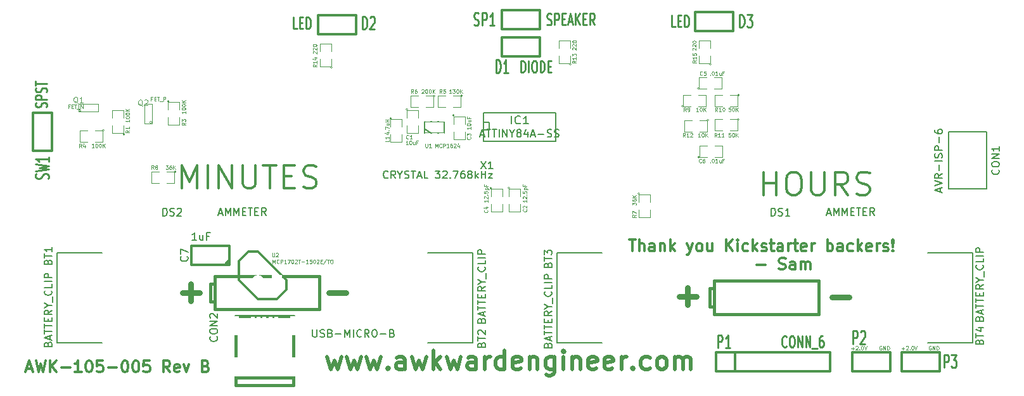
<source format=gto>
G04 (created by PCBNEW (2013-07-07 BZR 4022)-stable) date 4/19/2015 11:38:55 PM*
%MOIN*%
G04 Gerber Fmt 3.4, Leading zero omitted, Abs format*
%FSLAX34Y34*%
G01*
G70*
G90*
G04 APERTURE LIST*
%ADD10C,0.00590551*%
%ADD11C,0.015748*%
%ADD12C,0.00492126*%
%ADD13C,0.0295276*%
%ADD14C,0.011811*%
%ADD15C,0.02*%
%ADD16C,0.012*%
%ADD17C,0.015*%
%ADD18C,0.0031*%
%ADD19C,0.005*%
%ADD20C,0.0039*%
%ADD21C,0.008*%
%ADD22C,0.0107*%
%ADD23C,0.01*%
%ADD24C,0.0047*%
%ADD25C,0.003*%
%ADD26C,0.0043*%
%ADD27R,0.055X0.055*%
%ADD28C,0.055*%
%ADD29O,0.228346X0.110236*%
%ADD30O,0.216535X0.110236*%
%ADD31C,0.19685*%
%ADD32R,0.0295276X0.0551181*%
%ADD33R,0.0197X0.0906*%
%ADD34R,0.0787X0.0984*%
%ADD35C,0.0354*%
%ADD36C,0.0787402*%
%ADD37O,0.11811X0.15748*%
%ADD38R,0.0394X0.0315*%
%ADD39R,0.0276X0.0394*%
%ADD40R,0.055X0.035*%
%ADD41R,0.035X0.055*%
%ADD42R,0.02X0.045*%
%ADD43R,0.0315X0.0394*%
%ADD44R,0.06X0.06*%
%ADD45C,0.06*%
G04 APERTURE END LIST*
G54D10*
G54D11*
X62990Y-84850D02*
X62990Y-86600D01*
X62990Y-86600D02*
X68490Y-86600D01*
X62990Y-84850D02*
X68490Y-84850D01*
X68490Y-84850D02*
X68490Y-86600D01*
X62990Y-85250D02*
X62740Y-85250D01*
X62740Y-85250D02*
X62740Y-86200D01*
X62740Y-86200D02*
X62990Y-86200D01*
X89000Y-86450D02*
X89250Y-86450D01*
X89000Y-85500D02*
X89000Y-86450D01*
X89250Y-85500D02*
X89000Y-85500D01*
X94750Y-85100D02*
X94750Y-86850D01*
X89250Y-85100D02*
X94750Y-85100D01*
X89250Y-86850D02*
X94750Y-86850D01*
X89250Y-85100D02*
X89250Y-86850D01*
G54D12*
X98050Y-88542D02*
X98031Y-88532D01*
X98003Y-88532D01*
X97975Y-88542D01*
X97956Y-88560D01*
X97946Y-88579D01*
X97937Y-88617D01*
X97937Y-88645D01*
X97946Y-88682D01*
X97956Y-88701D01*
X97975Y-88720D01*
X98003Y-88729D01*
X98021Y-88729D01*
X98050Y-88720D01*
X98059Y-88710D01*
X98059Y-88645D01*
X98021Y-88645D01*
X98143Y-88729D02*
X98143Y-88532D01*
X98256Y-88729D01*
X98256Y-88532D01*
X98349Y-88729D02*
X98349Y-88532D01*
X98396Y-88532D01*
X98424Y-88542D01*
X98443Y-88560D01*
X98453Y-88579D01*
X98462Y-88617D01*
X98462Y-88645D01*
X98453Y-88682D01*
X98443Y-88701D01*
X98424Y-88720D01*
X98396Y-88729D01*
X98349Y-88729D01*
X100650Y-88542D02*
X100631Y-88532D01*
X100603Y-88532D01*
X100575Y-88542D01*
X100556Y-88560D01*
X100546Y-88579D01*
X100537Y-88617D01*
X100537Y-88645D01*
X100546Y-88682D01*
X100556Y-88701D01*
X100575Y-88720D01*
X100603Y-88729D01*
X100621Y-88729D01*
X100650Y-88720D01*
X100659Y-88710D01*
X100659Y-88645D01*
X100621Y-88645D01*
X100743Y-88729D02*
X100743Y-88532D01*
X100856Y-88729D01*
X100856Y-88532D01*
X100949Y-88729D02*
X100949Y-88532D01*
X100996Y-88532D01*
X101024Y-88542D01*
X101043Y-88560D01*
X101053Y-88579D01*
X101062Y-88617D01*
X101062Y-88645D01*
X101053Y-88682D01*
X101043Y-88701D01*
X101024Y-88720D01*
X100996Y-88729D01*
X100949Y-88729D01*
X99106Y-88654D02*
X99256Y-88654D01*
X99181Y-88729D02*
X99181Y-88579D01*
X99340Y-88551D02*
X99350Y-88542D01*
X99368Y-88532D01*
X99415Y-88532D01*
X99434Y-88542D01*
X99443Y-88551D01*
X99453Y-88570D01*
X99453Y-88589D01*
X99443Y-88617D01*
X99331Y-88729D01*
X99453Y-88729D01*
X99537Y-88710D02*
X99546Y-88720D01*
X99537Y-88729D01*
X99528Y-88720D01*
X99537Y-88710D01*
X99537Y-88729D01*
X99668Y-88532D02*
X99687Y-88532D01*
X99706Y-88542D01*
X99715Y-88551D01*
X99724Y-88570D01*
X99734Y-88607D01*
X99734Y-88654D01*
X99724Y-88692D01*
X99715Y-88710D01*
X99706Y-88720D01*
X99687Y-88729D01*
X99668Y-88729D01*
X99649Y-88720D01*
X99640Y-88710D01*
X99631Y-88692D01*
X99621Y-88654D01*
X99621Y-88607D01*
X99631Y-88570D01*
X99640Y-88551D01*
X99649Y-88542D01*
X99668Y-88532D01*
X99790Y-88532D02*
X99856Y-88729D01*
X99921Y-88532D01*
X96456Y-88654D02*
X96606Y-88654D01*
X96531Y-88729D02*
X96531Y-88579D01*
X96690Y-88551D02*
X96700Y-88542D01*
X96718Y-88532D01*
X96765Y-88532D01*
X96784Y-88542D01*
X96793Y-88551D01*
X96803Y-88570D01*
X96803Y-88589D01*
X96793Y-88617D01*
X96681Y-88729D01*
X96803Y-88729D01*
X96887Y-88710D02*
X96896Y-88720D01*
X96887Y-88729D01*
X96878Y-88720D01*
X96887Y-88710D01*
X96887Y-88729D01*
X97018Y-88532D02*
X97037Y-88532D01*
X97056Y-88542D01*
X97065Y-88551D01*
X97074Y-88570D01*
X97084Y-88607D01*
X97084Y-88654D01*
X97074Y-88692D01*
X97065Y-88710D01*
X97056Y-88720D01*
X97037Y-88729D01*
X97018Y-88729D01*
X96999Y-88720D01*
X96990Y-88710D01*
X96981Y-88692D01*
X96971Y-88654D01*
X96971Y-88607D01*
X96981Y-88570D01*
X96990Y-88551D01*
X96999Y-88542D01*
X97018Y-88532D01*
X97140Y-88532D02*
X97206Y-88729D01*
X97271Y-88532D01*
G54D13*
X68970Y-85728D02*
X69869Y-85728D01*
X61270Y-85728D02*
X62169Y-85728D01*
X61720Y-86178D02*
X61720Y-85278D01*
X95450Y-85978D02*
X96349Y-85978D01*
X87400Y-85928D02*
X88299Y-85928D01*
X87850Y-86378D02*
X87850Y-85478D01*
G54D14*
X84764Y-82942D02*
X85107Y-82942D01*
X84935Y-83542D02*
X84935Y-82942D01*
X85307Y-83542D02*
X85307Y-82942D01*
X85564Y-83542D02*
X85564Y-83228D01*
X85535Y-83171D01*
X85478Y-83142D01*
X85392Y-83142D01*
X85335Y-83171D01*
X85307Y-83200D01*
X86107Y-83542D02*
X86107Y-83228D01*
X86078Y-83171D01*
X86021Y-83142D01*
X85907Y-83142D01*
X85850Y-83171D01*
X86107Y-83514D02*
X86050Y-83542D01*
X85907Y-83542D01*
X85850Y-83514D01*
X85821Y-83457D01*
X85821Y-83400D01*
X85850Y-83342D01*
X85907Y-83314D01*
X86050Y-83314D01*
X86107Y-83285D01*
X86392Y-83142D02*
X86392Y-83542D01*
X86392Y-83200D02*
X86421Y-83171D01*
X86478Y-83142D01*
X86564Y-83142D01*
X86621Y-83171D01*
X86650Y-83228D01*
X86650Y-83542D01*
X86935Y-83542D02*
X86935Y-82942D01*
X86992Y-83314D02*
X87164Y-83542D01*
X87164Y-83142D02*
X86935Y-83371D01*
X87821Y-83142D02*
X87964Y-83542D01*
X88107Y-83142D02*
X87964Y-83542D01*
X87907Y-83685D01*
X87878Y-83714D01*
X87821Y-83742D01*
X88421Y-83542D02*
X88364Y-83514D01*
X88335Y-83485D01*
X88307Y-83428D01*
X88307Y-83257D01*
X88335Y-83200D01*
X88364Y-83171D01*
X88421Y-83142D01*
X88507Y-83142D01*
X88564Y-83171D01*
X88592Y-83200D01*
X88621Y-83257D01*
X88621Y-83428D01*
X88592Y-83485D01*
X88564Y-83514D01*
X88507Y-83542D01*
X88421Y-83542D01*
X89135Y-83142D02*
X89135Y-83542D01*
X88878Y-83142D02*
X88878Y-83457D01*
X88907Y-83514D01*
X88964Y-83542D01*
X89050Y-83542D01*
X89107Y-83514D01*
X89135Y-83485D01*
X89878Y-83542D02*
X89878Y-82942D01*
X90221Y-83542D02*
X89964Y-83200D01*
X90221Y-82942D02*
X89878Y-83285D01*
X90478Y-83542D02*
X90478Y-83142D01*
X90478Y-82942D02*
X90450Y-82971D01*
X90478Y-83000D01*
X90507Y-82971D01*
X90478Y-82942D01*
X90478Y-83000D01*
X91021Y-83514D02*
X90964Y-83542D01*
X90849Y-83542D01*
X90792Y-83514D01*
X90764Y-83485D01*
X90735Y-83428D01*
X90735Y-83257D01*
X90764Y-83200D01*
X90792Y-83171D01*
X90849Y-83142D01*
X90964Y-83142D01*
X91021Y-83171D01*
X91278Y-83542D02*
X91278Y-82942D01*
X91335Y-83314D02*
X91507Y-83542D01*
X91507Y-83142D02*
X91278Y-83371D01*
X91735Y-83514D02*
X91792Y-83542D01*
X91907Y-83542D01*
X91964Y-83514D01*
X91992Y-83457D01*
X91992Y-83428D01*
X91964Y-83371D01*
X91907Y-83342D01*
X91821Y-83342D01*
X91764Y-83314D01*
X91735Y-83257D01*
X91735Y-83228D01*
X91764Y-83171D01*
X91821Y-83142D01*
X91907Y-83142D01*
X91964Y-83171D01*
X92164Y-83142D02*
X92392Y-83142D01*
X92249Y-82942D02*
X92249Y-83457D01*
X92278Y-83514D01*
X92335Y-83542D01*
X92392Y-83542D01*
X92849Y-83542D02*
X92849Y-83228D01*
X92821Y-83171D01*
X92764Y-83142D01*
X92649Y-83142D01*
X92592Y-83171D01*
X92849Y-83514D02*
X92792Y-83542D01*
X92649Y-83542D01*
X92592Y-83514D01*
X92564Y-83457D01*
X92564Y-83400D01*
X92592Y-83342D01*
X92649Y-83314D01*
X92792Y-83314D01*
X92849Y-83285D01*
X93135Y-83542D02*
X93135Y-83142D01*
X93135Y-83257D02*
X93164Y-83200D01*
X93192Y-83171D01*
X93249Y-83142D01*
X93307Y-83142D01*
X93421Y-83142D02*
X93649Y-83142D01*
X93507Y-82942D02*
X93507Y-83457D01*
X93535Y-83514D01*
X93592Y-83542D01*
X93649Y-83542D01*
X94078Y-83514D02*
X94021Y-83542D01*
X93907Y-83542D01*
X93849Y-83514D01*
X93821Y-83457D01*
X93821Y-83228D01*
X93849Y-83171D01*
X93907Y-83142D01*
X94021Y-83142D01*
X94078Y-83171D01*
X94107Y-83228D01*
X94107Y-83285D01*
X93821Y-83342D01*
X94364Y-83542D02*
X94364Y-83142D01*
X94364Y-83257D02*
X94392Y-83200D01*
X94421Y-83171D01*
X94478Y-83142D01*
X94535Y-83142D01*
X95192Y-83542D02*
X95192Y-82942D01*
X95192Y-83171D02*
X95250Y-83142D01*
X95364Y-83142D01*
X95421Y-83171D01*
X95450Y-83200D01*
X95478Y-83257D01*
X95478Y-83428D01*
X95450Y-83485D01*
X95421Y-83514D01*
X95364Y-83542D01*
X95250Y-83542D01*
X95192Y-83514D01*
X95992Y-83542D02*
X95992Y-83228D01*
X95964Y-83171D01*
X95907Y-83142D01*
X95792Y-83142D01*
X95735Y-83171D01*
X95992Y-83514D02*
X95935Y-83542D01*
X95792Y-83542D01*
X95735Y-83514D01*
X95707Y-83457D01*
X95707Y-83400D01*
X95735Y-83342D01*
X95792Y-83314D01*
X95935Y-83314D01*
X95992Y-83285D01*
X96535Y-83514D02*
X96478Y-83542D01*
X96364Y-83542D01*
X96307Y-83514D01*
X96278Y-83485D01*
X96250Y-83428D01*
X96250Y-83257D01*
X96278Y-83200D01*
X96307Y-83171D01*
X96364Y-83142D01*
X96478Y-83142D01*
X96535Y-83171D01*
X96792Y-83542D02*
X96792Y-82942D01*
X96850Y-83314D02*
X97021Y-83542D01*
X97021Y-83142D02*
X96792Y-83371D01*
X97507Y-83514D02*
X97450Y-83542D01*
X97335Y-83542D01*
X97278Y-83514D01*
X97250Y-83457D01*
X97250Y-83228D01*
X97278Y-83171D01*
X97335Y-83142D01*
X97450Y-83142D01*
X97507Y-83171D01*
X97535Y-83228D01*
X97535Y-83285D01*
X97250Y-83342D01*
X97792Y-83542D02*
X97792Y-83142D01*
X97792Y-83257D02*
X97821Y-83200D01*
X97850Y-83171D01*
X97907Y-83142D01*
X97964Y-83142D01*
X98135Y-83514D02*
X98192Y-83542D01*
X98307Y-83542D01*
X98364Y-83514D01*
X98392Y-83457D01*
X98392Y-83428D01*
X98364Y-83371D01*
X98307Y-83342D01*
X98221Y-83342D01*
X98164Y-83314D01*
X98135Y-83257D01*
X98135Y-83228D01*
X98164Y-83171D01*
X98221Y-83142D01*
X98307Y-83142D01*
X98364Y-83171D01*
X98650Y-83485D02*
X98678Y-83514D01*
X98650Y-83542D01*
X98621Y-83514D01*
X98650Y-83485D01*
X98650Y-83542D01*
X98650Y-83314D02*
X98621Y-82971D01*
X98650Y-82942D01*
X98678Y-82971D01*
X98650Y-83314D01*
X98650Y-82942D01*
X91478Y-84272D02*
X91935Y-84272D01*
X92650Y-84472D02*
X92735Y-84500D01*
X92878Y-84500D01*
X92935Y-84472D01*
X92964Y-84443D01*
X92992Y-84386D01*
X92992Y-84329D01*
X92964Y-84272D01*
X92935Y-84243D01*
X92878Y-84215D01*
X92764Y-84186D01*
X92707Y-84158D01*
X92678Y-84129D01*
X92650Y-84072D01*
X92650Y-84015D01*
X92678Y-83958D01*
X92707Y-83929D01*
X92764Y-83900D01*
X92907Y-83900D01*
X92992Y-83929D01*
X93507Y-84500D02*
X93507Y-84186D01*
X93478Y-84129D01*
X93421Y-84100D01*
X93307Y-84100D01*
X93250Y-84129D01*
X93507Y-84472D02*
X93450Y-84500D01*
X93307Y-84500D01*
X93250Y-84472D01*
X93221Y-84415D01*
X93221Y-84358D01*
X93250Y-84300D01*
X93307Y-84272D01*
X93450Y-84272D01*
X93507Y-84243D01*
X93792Y-84500D02*
X93792Y-84100D01*
X93792Y-84158D02*
X93821Y-84129D01*
X93878Y-84100D01*
X93964Y-84100D01*
X94021Y-84129D01*
X94050Y-84186D01*
X94050Y-84500D01*
X94050Y-84186D02*
X94078Y-84129D01*
X94135Y-84100D01*
X94221Y-84100D01*
X94278Y-84129D01*
X94307Y-84186D01*
X94307Y-84500D01*
X61235Y-80235D02*
X61235Y-79035D01*
X61635Y-79892D01*
X62035Y-79035D01*
X62035Y-80235D01*
X62607Y-80235D02*
X62607Y-79035D01*
X63178Y-80235D02*
X63178Y-79035D01*
X63864Y-80235D01*
X63864Y-79035D01*
X64435Y-79035D02*
X64435Y-80007D01*
X64492Y-80121D01*
X64550Y-80178D01*
X64664Y-80235D01*
X64892Y-80235D01*
X65007Y-80178D01*
X65064Y-80121D01*
X65121Y-80007D01*
X65121Y-79035D01*
X65521Y-79035D02*
X66207Y-79035D01*
X65864Y-80235D02*
X65864Y-79035D01*
X66607Y-79607D02*
X67007Y-79607D01*
X67178Y-80235D02*
X66607Y-80235D01*
X66607Y-79035D01*
X67178Y-79035D01*
X67635Y-80178D02*
X67807Y-80235D01*
X68092Y-80235D01*
X68207Y-80178D01*
X68264Y-80121D01*
X68321Y-80007D01*
X68321Y-79892D01*
X68264Y-79778D01*
X68207Y-79721D01*
X68092Y-79664D01*
X67864Y-79607D01*
X67750Y-79550D01*
X67692Y-79492D01*
X67635Y-79378D01*
X67635Y-79264D01*
X67692Y-79150D01*
X67750Y-79092D01*
X67864Y-79035D01*
X68150Y-79035D01*
X68321Y-79092D01*
X91828Y-80585D02*
X91828Y-79385D01*
X91828Y-79957D02*
X92514Y-79957D01*
X92514Y-80585D02*
X92514Y-79385D01*
X93314Y-79385D02*
X93542Y-79385D01*
X93657Y-79442D01*
X93771Y-79557D01*
X93828Y-79785D01*
X93828Y-80185D01*
X93771Y-80414D01*
X93657Y-80528D01*
X93542Y-80585D01*
X93314Y-80585D01*
X93200Y-80528D01*
X93085Y-80414D01*
X93028Y-80185D01*
X93028Y-79785D01*
X93085Y-79557D01*
X93200Y-79442D01*
X93314Y-79385D01*
X94342Y-79385D02*
X94342Y-80357D01*
X94400Y-80471D01*
X94457Y-80528D01*
X94571Y-80585D01*
X94800Y-80585D01*
X94914Y-80528D01*
X94971Y-80471D01*
X95028Y-80357D01*
X95028Y-79385D01*
X96285Y-80585D02*
X95885Y-80014D01*
X95600Y-80585D02*
X95600Y-79385D01*
X96057Y-79385D01*
X96171Y-79442D01*
X96228Y-79500D01*
X96285Y-79614D01*
X96285Y-79785D01*
X96228Y-79900D01*
X96171Y-79957D01*
X96057Y-80014D01*
X95600Y-80014D01*
X96742Y-80528D02*
X96914Y-80585D01*
X97200Y-80585D01*
X97314Y-80528D01*
X97371Y-80471D01*
X97428Y-80357D01*
X97428Y-80242D01*
X97371Y-80128D01*
X97314Y-80071D01*
X97200Y-80014D01*
X96971Y-79957D01*
X96857Y-79900D01*
X96800Y-79842D01*
X96742Y-79728D01*
X96742Y-79614D01*
X96800Y-79500D01*
X96857Y-79442D01*
X96971Y-79385D01*
X97257Y-79385D01*
X97428Y-79442D01*
X53074Y-89731D02*
X53359Y-89731D01*
X53017Y-89902D02*
X53217Y-89302D01*
X53417Y-89902D01*
X53559Y-89302D02*
X53702Y-89902D01*
X53817Y-89474D01*
X53931Y-89902D01*
X54074Y-89302D01*
X54302Y-89902D02*
X54302Y-89302D01*
X54645Y-89902D02*
X54388Y-89560D01*
X54645Y-89302D02*
X54302Y-89645D01*
X54902Y-89674D02*
X55359Y-89674D01*
X55959Y-89902D02*
X55617Y-89902D01*
X55788Y-89902D02*
X55788Y-89302D01*
X55731Y-89388D01*
X55674Y-89445D01*
X55617Y-89474D01*
X56331Y-89302D02*
X56388Y-89302D01*
X56445Y-89331D01*
X56474Y-89360D01*
X56502Y-89417D01*
X56531Y-89531D01*
X56531Y-89674D01*
X56502Y-89788D01*
X56474Y-89845D01*
X56445Y-89874D01*
X56388Y-89902D01*
X56331Y-89902D01*
X56274Y-89874D01*
X56245Y-89845D01*
X56217Y-89788D01*
X56188Y-89674D01*
X56188Y-89531D01*
X56217Y-89417D01*
X56245Y-89360D01*
X56274Y-89331D01*
X56331Y-89302D01*
X57074Y-89302D02*
X56788Y-89302D01*
X56760Y-89588D01*
X56788Y-89560D01*
X56845Y-89531D01*
X56988Y-89531D01*
X57045Y-89560D01*
X57074Y-89588D01*
X57102Y-89645D01*
X57102Y-89788D01*
X57074Y-89845D01*
X57045Y-89874D01*
X56988Y-89902D01*
X56845Y-89902D01*
X56788Y-89874D01*
X56760Y-89845D01*
X57360Y-89674D02*
X57817Y-89674D01*
X58217Y-89302D02*
X58274Y-89302D01*
X58331Y-89331D01*
X58360Y-89360D01*
X58388Y-89417D01*
X58417Y-89531D01*
X58417Y-89674D01*
X58388Y-89788D01*
X58360Y-89845D01*
X58331Y-89874D01*
X58274Y-89902D01*
X58217Y-89902D01*
X58160Y-89874D01*
X58131Y-89845D01*
X58102Y-89788D01*
X58074Y-89674D01*
X58074Y-89531D01*
X58102Y-89417D01*
X58131Y-89360D01*
X58160Y-89331D01*
X58217Y-89302D01*
X58788Y-89302D02*
X58845Y-89302D01*
X58902Y-89331D01*
X58931Y-89360D01*
X58960Y-89417D01*
X58988Y-89531D01*
X58988Y-89674D01*
X58960Y-89788D01*
X58931Y-89845D01*
X58902Y-89874D01*
X58845Y-89902D01*
X58788Y-89902D01*
X58731Y-89874D01*
X58702Y-89845D01*
X58674Y-89788D01*
X58645Y-89674D01*
X58645Y-89531D01*
X58674Y-89417D01*
X58702Y-89360D01*
X58731Y-89331D01*
X58788Y-89302D01*
X59531Y-89302D02*
X59245Y-89302D01*
X59217Y-89588D01*
X59245Y-89560D01*
X59302Y-89531D01*
X59445Y-89531D01*
X59502Y-89560D01*
X59531Y-89588D01*
X59560Y-89645D01*
X59560Y-89788D01*
X59531Y-89845D01*
X59502Y-89874D01*
X59445Y-89902D01*
X59302Y-89902D01*
X59245Y-89874D01*
X59217Y-89845D01*
X60617Y-89902D02*
X60417Y-89617D01*
X60274Y-89902D02*
X60274Y-89302D01*
X60502Y-89302D01*
X60560Y-89331D01*
X60588Y-89360D01*
X60617Y-89417D01*
X60617Y-89502D01*
X60588Y-89560D01*
X60560Y-89588D01*
X60502Y-89617D01*
X60274Y-89617D01*
X61102Y-89874D02*
X61045Y-89902D01*
X60931Y-89902D01*
X60874Y-89874D01*
X60845Y-89817D01*
X60845Y-89588D01*
X60874Y-89531D01*
X60931Y-89502D01*
X61045Y-89502D01*
X61102Y-89531D01*
X61131Y-89588D01*
X61131Y-89645D01*
X60845Y-89702D01*
X61331Y-89502D02*
X61474Y-89902D01*
X61617Y-89502D01*
X62502Y-89588D02*
X62588Y-89617D01*
X62617Y-89645D01*
X62645Y-89702D01*
X62645Y-89788D01*
X62617Y-89845D01*
X62588Y-89874D01*
X62531Y-89902D01*
X62302Y-89902D01*
X62302Y-89302D01*
X62502Y-89302D01*
X62560Y-89331D01*
X62588Y-89360D01*
X62617Y-89417D01*
X62617Y-89474D01*
X62588Y-89531D01*
X62560Y-89560D01*
X62502Y-89588D01*
X62302Y-89588D01*
G54D15*
X68891Y-89102D02*
X69079Y-89758D01*
X69266Y-89289D01*
X69454Y-89758D01*
X69641Y-89102D01*
X69922Y-89102D02*
X70110Y-89758D01*
X70297Y-89289D01*
X70485Y-89758D01*
X70672Y-89102D01*
X70954Y-89102D02*
X71141Y-89758D01*
X71329Y-89289D01*
X71516Y-89758D01*
X71703Y-89102D01*
X72078Y-89664D02*
X72125Y-89711D01*
X72078Y-89758D01*
X72032Y-89711D01*
X72078Y-89664D01*
X72078Y-89758D01*
X72969Y-89758D02*
X72969Y-89242D01*
X72922Y-89149D01*
X72828Y-89102D01*
X72641Y-89102D01*
X72547Y-89149D01*
X72969Y-89711D02*
X72875Y-89758D01*
X72641Y-89758D01*
X72547Y-89711D01*
X72500Y-89617D01*
X72500Y-89524D01*
X72547Y-89430D01*
X72641Y-89383D01*
X72875Y-89383D01*
X72969Y-89336D01*
X73344Y-89102D02*
X73531Y-89758D01*
X73719Y-89289D01*
X73906Y-89758D01*
X74094Y-89102D01*
X74469Y-89758D02*
X74469Y-88774D01*
X74562Y-89383D02*
X74844Y-89758D01*
X74844Y-89102D02*
X74469Y-89477D01*
X75172Y-89102D02*
X75359Y-89758D01*
X75547Y-89289D01*
X75734Y-89758D01*
X75922Y-89102D01*
X76718Y-89758D02*
X76718Y-89242D01*
X76672Y-89149D01*
X76578Y-89102D01*
X76390Y-89102D01*
X76297Y-89149D01*
X76718Y-89711D02*
X76625Y-89758D01*
X76390Y-89758D01*
X76297Y-89711D01*
X76250Y-89617D01*
X76250Y-89524D01*
X76297Y-89430D01*
X76390Y-89383D01*
X76625Y-89383D01*
X76718Y-89336D01*
X77187Y-89758D02*
X77187Y-89102D01*
X77187Y-89289D02*
X77234Y-89195D01*
X77281Y-89149D01*
X77375Y-89102D01*
X77468Y-89102D01*
X78218Y-89758D02*
X78218Y-88774D01*
X78218Y-89711D02*
X78125Y-89758D01*
X77937Y-89758D01*
X77843Y-89711D01*
X77796Y-89664D01*
X77750Y-89570D01*
X77750Y-89289D01*
X77796Y-89195D01*
X77843Y-89149D01*
X77937Y-89102D01*
X78125Y-89102D01*
X78218Y-89149D01*
X79062Y-89711D02*
X78968Y-89758D01*
X78781Y-89758D01*
X78687Y-89711D01*
X78640Y-89617D01*
X78640Y-89242D01*
X78687Y-89149D01*
X78781Y-89102D01*
X78968Y-89102D01*
X79062Y-89149D01*
X79109Y-89242D01*
X79109Y-89336D01*
X78640Y-89430D01*
X79531Y-89102D02*
X79531Y-89758D01*
X79531Y-89195D02*
X79577Y-89149D01*
X79671Y-89102D01*
X79812Y-89102D01*
X79906Y-89149D01*
X79952Y-89242D01*
X79952Y-89758D01*
X80843Y-89102D02*
X80843Y-89898D01*
X80796Y-89992D01*
X80749Y-90039D01*
X80655Y-90086D01*
X80515Y-90086D01*
X80421Y-90039D01*
X80843Y-89711D02*
X80749Y-89758D01*
X80562Y-89758D01*
X80468Y-89711D01*
X80421Y-89664D01*
X80374Y-89570D01*
X80374Y-89289D01*
X80421Y-89195D01*
X80468Y-89149D01*
X80562Y-89102D01*
X80749Y-89102D01*
X80843Y-89149D01*
X81312Y-89758D02*
X81312Y-89102D01*
X81312Y-88774D02*
X81265Y-88821D01*
X81312Y-88867D01*
X81359Y-88821D01*
X81312Y-88774D01*
X81312Y-88867D01*
X81780Y-89102D02*
X81780Y-89758D01*
X81780Y-89195D02*
X81827Y-89149D01*
X81921Y-89102D01*
X82062Y-89102D01*
X82155Y-89149D01*
X82202Y-89242D01*
X82202Y-89758D01*
X83046Y-89711D02*
X82952Y-89758D01*
X82765Y-89758D01*
X82671Y-89711D01*
X82624Y-89617D01*
X82624Y-89242D01*
X82671Y-89149D01*
X82765Y-89102D01*
X82952Y-89102D01*
X83046Y-89149D01*
X83093Y-89242D01*
X83093Y-89336D01*
X82624Y-89430D01*
X83889Y-89711D02*
X83796Y-89758D01*
X83608Y-89758D01*
X83514Y-89711D01*
X83468Y-89617D01*
X83468Y-89242D01*
X83514Y-89149D01*
X83608Y-89102D01*
X83796Y-89102D01*
X83889Y-89149D01*
X83936Y-89242D01*
X83936Y-89336D01*
X83468Y-89430D01*
X84358Y-89758D02*
X84358Y-89102D01*
X84358Y-89289D02*
X84405Y-89195D01*
X84452Y-89149D01*
X84546Y-89102D01*
X84639Y-89102D01*
X84967Y-89664D02*
X85014Y-89711D01*
X84967Y-89758D01*
X84921Y-89711D01*
X84967Y-89664D01*
X84967Y-89758D01*
X85858Y-89711D02*
X85764Y-89758D01*
X85577Y-89758D01*
X85483Y-89711D01*
X85436Y-89664D01*
X85389Y-89570D01*
X85389Y-89289D01*
X85436Y-89195D01*
X85483Y-89149D01*
X85577Y-89102D01*
X85764Y-89102D01*
X85858Y-89149D01*
X86420Y-89758D02*
X86327Y-89711D01*
X86280Y-89664D01*
X86233Y-89570D01*
X86233Y-89289D01*
X86280Y-89195D01*
X86327Y-89149D01*
X86420Y-89102D01*
X86561Y-89102D01*
X86655Y-89149D01*
X86702Y-89195D01*
X86748Y-89289D01*
X86748Y-89570D01*
X86702Y-89664D01*
X86655Y-89711D01*
X86561Y-89758D01*
X86420Y-89758D01*
X87170Y-89758D02*
X87170Y-89102D01*
X87170Y-89195D02*
X87217Y-89149D01*
X87311Y-89102D01*
X87452Y-89102D01*
X87545Y-89149D01*
X87592Y-89242D01*
X87592Y-89758D01*
X87592Y-89242D02*
X87639Y-89149D01*
X87733Y-89102D01*
X87873Y-89102D01*
X87967Y-89149D01*
X88014Y-89242D01*
X88014Y-89758D01*
G54D16*
X66750Y-85050D02*
X65250Y-83550D01*
X65250Y-83550D02*
X64750Y-83550D01*
X64750Y-83550D02*
X64250Y-84050D01*
X64250Y-84050D02*
X64250Y-85050D01*
X64250Y-85050D02*
X65250Y-86050D01*
X65250Y-86050D02*
X66250Y-86050D01*
X66250Y-86050D02*
X66750Y-85550D01*
X66750Y-85550D02*
X66750Y-85050D01*
G54D10*
X102834Y-83622D02*
X100472Y-83622D01*
X102834Y-83622D02*
X102834Y-88346D01*
X102834Y-88346D02*
X100472Y-88346D01*
X85303Y-85484D02*
X85303Y-86484D01*
G54D16*
X89350Y-89850D02*
X89350Y-88850D01*
X89350Y-88850D02*
X95350Y-88850D01*
X95350Y-88850D02*
X95350Y-89850D01*
X95350Y-89850D02*
X89350Y-89850D01*
X90350Y-89850D02*
X90350Y-88850D01*
X63730Y-84250D02*
X61750Y-84250D01*
X61750Y-84250D02*
X61750Y-83250D01*
X61750Y-83250D02*
X63750Y-83250D01*
X63750Y-83250D02*
X63750Y-84250D01*
X63750Y-84000D02*
X63500Y-84250D01*
G54D17*
X64074Y-90196D02*
X67106Y-90196D01*
X64074Y-90590D02*
X67106Y-90590D01*
X67106Y-90590D02*
X67106Y-86968D01*
X67106Y-86968D02*
X64074Y-86968D01*
X64074Y-86968D02*
X64074Y-90590D01*
G54D16*
X78074Y-73283D02*
X78074Y-72283D01*
X78074Y-72283D02*
X80074Y-72283D01*
X80074Y-72283D02*
X80074Y-73283D01*
X80074Y-73283D02*
X78074Y-73283D01*
X80074Y-70871D02*
X80074Y-71871D01*
X80074Y-71871D02*
X78074Y-71871D01*
X78074Y-71871D02*
X78074Y-70871D01*
X78074Y-70871D02*
X80074Y-70871D01*
X88248Y-71970D02*
X88248Y-70970D01*
X88248Y-70970D02*
X90248Y-70970D01*
X90248Y-70970D02*
X90248Y-71970D01*
X90248Y-71970D02*
X88248Y-71970D01*
X68396Y-72127D02*
X68396Y-71127D01*
X68396Y-71127D02*
X70396Y-71127D01*
X70396Y-71127D02*
X70396Y-72127D01*
X70396Y-72127D02*
X68396Y-72127D01*
X53397Y-76271D02*
X54397Y-76271D01*
X54397Y-76271D02*
X54397Y-78271D01*
X54397Y-78271D02*
X53397Y-78271D01*
X53397Y-78271D02*
X53397Y-76271D01*
G54D18*
X59670Y-76766D02*
G75*
G03X59670Y-76766I-62J0D01*
G74*
G01*
X59269Y-75803D02*
X59669Y-75803D01*
X59269Y-76828D02*
X59669Y-76828D01*
X59669Y-75803D02*
X59669Y-76828D01*
X59269Y-76828D02*
X59269Y-75803D01*
G54D19*
X74347Y-77327D02*
X74047Y-77127D01*
X75047Y-77327D02*
X74022Y-77327D01*
X74022Y-77327D02*
X74022Y-76727D01*
X74022Y-76727D02*
X75047Y-76727D01*
X75047Y-76727D02*
X75047Y-77327D01*
G54D20*
X89098Y-73720D02*
G75*
G03X89098Y-73720I-50J0D01*
G74*
G01*
X89048Y-73270D02*
X89048Y-73670D01*
X89048Y-73670D02*
X88448Y-73670D01*
X88448Y-73670D02*
X88448Y-73270D01*
X88448Y-72870D02*
X88448Y-72470D01*
X88448Y-72470D02*
X89048Y-72470D01*
X89048Y-72470D02*
X89048Y-72870D01*
X69146Y-73877D02*
G75*
G03X69146Y-73877I-50J0D01*
G74*
G01*
X69096Y-73427D02*
X69096Y-73827D01*
X69096Y-73827D02*
X68496Y-73827D01*
X68496Y-73827D02*
X68496Y-73427D01*
X68496Y-73027D02*
X68496Y-72627D01*
X68496Y-72627D02*
X69096Y-72627D01*
X69096Y-72627D02*
X69096Y-73027D01*
X78490Y-80216D02*
G75*
G03X78490Y-80216I-50J0D01*
G74*
G01*
X78440Y-80666D02*
X78440Y-80266D01*
X78440Y-80266D02*
X79040Y-80266D01*
X79040Y-80266D02*
X79040Y-80666D01*
X79040Y-81066D02*
X79040Y-81466D01*
X79040Y-81466D02*
X78440Y-81466D01*
X78440Y-81466D02*
X78440Y-81066D01*
X77545Y-80224D02*
G75*
G03X77545Y-80224I-50J0D01*
G74*
G01*
X77495Y-80674D02*
X77495Y-80274D01*
X77495Y-80274D02*
X78095Y-80274D01*
X78095Y-80274D02*
X78095Y-80674D01*
X78095Y-81074D02*
X78095Y-81474D01*
X78095Y-81474D02*
X77495Y-81474D01*
X77495Y-81474D02*
X77495Y-81074D01*
X60936Y-79353D02*
G75*
G03X60936Y-79353I-50J0D01*
G74*
G01*
X60436Y-79353D02*
X60836Y-79353D01*
X60836Y-79353D02*
X60836Y-79953D01*
X60836Y-79953D02*
X60436Y-79953D01*
X60036Y-79953D02*
X59636Y-79953D01*
X59636Y-79953D02*
X59636Y-79353D01*
X59636Y-79353D02*
X60036Y-79353D01*
X85320Y-80519D02*
G75*
G03X85320Y-80519I-50J0D01*
G74*
G01*
X85270Y-80969D02*
X85270Y-80569D01*
X85270Y-80569D02*
X85870Y-80569D01*
X85870Y-80569D02*
X85870Y-80969D01*
X85870Y-81369D02*
X85870Y-81769D01*
X85870Y-81769D02*
X85270Y-81769D01*
X85270Y-81769D02*
X85270Y-81369D01*
X88960Y-76650D02*
G75*
G03X88960Y-76650I-50J0D01*
G74*
G01*
X88460Y-76650D02*
X88860Y-76650D01*
X88860Y-76650D02*
X88860Y-77250D01*
X88860Y-77250D02*
X88460Y-77250D01*
X88060Y-77250D02*
X87660Y-77250D01*
X87660Y-77250D02*
X87660Y-76650D01*
X87660Y-76650D02*
X88060Y-76650D01*
X88470Y-78590D02*
G75*
G03X88470Y-78590I-50J0D01*
G74*
G01*
X88870Y-78590D02*
X88470Y-78590D01*
X88470Y-78590D02*
X88470Y-77990D01*
X88470Y-77990D02*
X88870Y-77990D01*
X89270Y-77990D02*
X89670Y-77990D01*
X89670Y-77990D02*
X89670Y-78590D01*
X89670Y-78590D02*
X89270Y-78590D01*
X87620Y-75920D02*
G75*
G03X87620Y-75920I-50J0D01*
G74*
G01*
X88020Y-75920D02*
X87620Y-75920D01*
X87620Y-75920D02*
X87620Y-75320D01*
X87620Y-75320D02*
X88020Y-75320D01*
X88420Y-75320D02*
X88820Y-75320D01*
X88820Y-75320D02*
X88820Y-75920D01*
X88820Y-75920D02*
X88420Y-75920D01*
X88450Y-74983D02*
G75*
G03X88450Y-74983I-50J0D01*
G74*
G01*
X88850Y-74983D02*
X88450Y-74983D01*
X88450Y-74983D02*
X88450Y-74383D01*
X88450Y-74383D02*
X88850Y-74383D01*
X89250Y-74383D02*
X89650Y-74383D01*
X89650Y-74383D02*
X89650Y-74983D01*
X89650Y-74983D02*
X89250Y-74983D01*
X76014Y-75369D02*
G75*
G03X76014Y-75369I-50J0D01*
G74*
G01*
X75514Y-75369D02*
X75914Y-75369D01*
X75914Y-75369D02*
X75914Y-75969D01*
X75914Y-75969D02*
X75514Y-75969D01*
X75114Y-75969D02*
X74714Y-75969D01*
X74714Y-75969D02*
X74714Y-75369D01*
X74714Y-75369D02*
X75114Y-75369D01*
X74558Y-75369D02*
G75*
G03X74558Y-75369I-50J0D01*
G74*
G01*
X74058Y-75369D02*
X74458Y-75369D01*
X74458Y-75369D02*
X74458Y-75969D01*
X74458Y-75969D02*
X74058Y-75969D01*
X73658Y-75969D02*
X73258Y-75969D01*
X73258Y-75969D02*
X73258Y-75369D01*
X73258Y-75369D02*
X73658Y-75369D01*
X72269Y-76554D02*
G75*
G03X72269Y-76554I-50J0D01*
G74*
G01*
X72219Y-77004D02*
X72219Y-76604D01*
X72219Y-76604D02*
X72819Y-76604D01*
X72819Y-76604D02*
X72819Y-77004D01*
X72819Y-77404D02*
X72819Y-77804D01*
X72819Y-77804D02*
X72219Y-77804D01*
X72219Y-77804D02*
X72219Y-77404D01*
X58240Y-77380D02*
G75*
G03X58240Y-77380I-50J0D01*
G74*
G01*
X58190Y-76930D02*
X58190Y-77330D01*
X58190Y-77330D02*
X57590Y-77330D01*
X57590Y-77330D02*
X57590Y-76930D01*
X57590Y-76530D02*
X57590Y-76130D01*
X57590Y-76130D02*
X58190Y-76130D01*
X58190Y-76130D02*
X58190Y-76530D01*
X60569Y-75653D02*
G75*
G03X60569Y-75653I-50J0D01*
G74*
G01*
X60519Y-76103D02*
X60519Y-75703D01*
X60519Y-75703D02*
X61119Y-75703D01*
X61119Y-75703D02*
X61119Y-76103D01*
X61119Y-76503D02*
X61119Y-76903D01*
X61119Y-76903D02*
X60519Y-76903D01*
X60519Y-76903D02*
X60519Y-76503D01*
X57170Y-77180D02*
G75*
G03X57170Y-77180I-50J0D01*
G74*
G01*
X56670Y-77180D02*
X57070Y-77180D01*
X57070Y-77180D02*
X57070Y-77780D01*
X57070Y-77780D02*
X56670Y-77780D01*
X56270Y-77780D02*
X55870Y-77780D01*
X55870Y-77780D02*
X55870Y-77180D01*
X55870Y-77180D02*
X56270Y-77180D01*
X90570Y-75320D02*
G75*
G03X90570Y-75320I-50J0D01*
G74*
G01*
X90070Y-75320D02*
X90470Y-75320D01*
X90470Y-75320D02*
X90470Y-75920D01*
X90470Y-75920D02*
X90070Y-75920D01*
X89670Y-75920D02*
X89270Y-75920D01*
X89270Y-75920D02*
X89270Y-75320D01*
X89270Y-75320D02*
X89670Y-75320D01*
X90570Y-76610D02*
G75*
G03X90570Y-76610I-50J0D01*
G74*
G01*
X90070Y-76610D02*
X90470Y-76610D01*
X90470Y-76610D02*
X90470Y-77210D01*
X90470Y-77210D02*
X90070Y-77210D01*
X89670Y-77210D02*
X89270Y-77210D01*
X89270Y-77210D02*
X89270Y-76610D01*
X89270Y-76610D02*
X89670Y-76610D01*
X81727Y-73720D02*
G75*
G03X81727Y-73720I-50J0D01*
G74*
G01*
X81677Y-73270D02*
X81677Y-73670D01*
X81677Y-73670D02*
X81077Y-73670D01*
X81077Y-73670D02*
X81077Y-73270D01*
X81077Y-72870D02*
X81077Y-72470D01*
X81077Y-72470D02*
X81677Y-72470D01*
X81677Y-72470D02*
X81677Y-72870D01*
X75576Y-76397D02*
G75*
G03X75576Y-76397I-50J0D01*
G74*
G01*
X75526Y-76847D02*
X75526Y-76447D01*
X75526Y-76447D02*
X76126Y-76447D01*
X76126Y-76447D02*
X76126Y-76847D01*
X76126Y-77247D02*
X76126Y-77647D01*
X76126Y-77647D02*
X75526Y-77647D01*
X75526Y-77647D02*
X75526Y-77247D01*
G54D21*
X77114Y-76275D02*
X80914Y-76275D01*
X80914Y-76275D02*
X80914Y-77775D01*
X80914Y-77775D02*
X77114Y-77775D01*
X77114Y-77775D02*
X77114Y-76275D01*
X77114Y-76775D02*
X77414Y-76775D01*
X77414Y-76775D02*
X77414Y-77175D01*
X77414Y-77175D02*
X77114Y-77175D01*
G54D18*
X55939Y-76148D02*
G75*
G03X55939Y-76148I-62J0D01*
G74*
G01*
X56840Y-75810D02*
X56840Y-76210D01*
X55815Y-75810D02*
X55815Y-76210D01*
X56840Y-76210D02*
X55815Y-76210D01*
X55815Y-75810D02*
X56840Y-75810D01*
G54D21*
X101580Y-80270D02*
X101580Y-77270D01*
X103580Y-77270D02*
X103580Y-80270D01*
X103580Y-80270D02*
X101580Y-80270D01*
X101580Y-77270D02*
X103580Y-77270D01*
G54D20*
X73135Y-76082D02*
G75*
G03X73135Y-76082I-50J0D01*
G74*
G01*
X73085Y-76532D02*
X73085Y-76132D01*
X73085Y-76132D02*
X73685Y-76132D01*
X73685Y-76132D02*
X73685Y-76532D01*
X73685Y-76932D02*
X73685Y-77332D01*
X73685Y-77332D02*
X73085Y-77332D01*
X73085Y-77332D02*
X73085Y-76932D01*
G54D10*
X54665Y-88346D02*
X57027Y-88346D01*
X54665Y-88346D02*
X54665Y-83622D01*
X54665Y-83622D02*
X57027Y-83622D01*
X72196Y-86484D02*
X72196Y-85484D01*
X80964Y-88346D02*
X83326Y-88346D01*
X80964Y-88346D02*
X80964Y-83622D01*
X80964Y-83622D02*
X83326Y-83622D01*
X98495Y-86484D02*
X98495Y-85484D01*
X76535Y-83622D02*
X74173Y-83622D01*
X76535Y-83622D02*
X76535Y-88346D01*
X76535Y-88346D02*
X74173Y-88346D01*
X59004Y-85484D02*
X59004Y-86484D01*
G54D16*
X96500Y-89850D02*
X96500Y-88850D01*
X96500Y-88850D02*
X98500Y-88850D01*
X98500Y-88850D02*
X98500Y-89850D01*
X98500Y-89850D02*
X96500Y-89850D01*
X99100Y-89850D02*
X99100Y-88850D01*
X99100Y-88850D02*
X101100Y-88850D01*
X101100Y-88850D02*
X101100Y-89850D01*
X101100Y-89850D02*
X99100Y-89850D01*
G54D12*
X66000Y-83632D02*
X66000Y-83792D01*
X66009Y-83810D01*
X66018Y-83820D01*
X66037Y-83829D01*
X66075Y-83829D01*
X66093Y-83820D01*
X66103Y-83810D01*
X66112Y-83792D01*
X66112Y-83632D01*
X66196Y-83651D02*
X66206Y-83642D01*
X66224Y-83632D01*
X66271Y-83632D01*
X66290Y-83642D01*
X66299Y-83651D01*
X66309Y-83670D01*
X66309Y-83689D01*
X66299Y-83717D01*
X66187Y-83829D01*
X66309Y-83829D01*
X66020Y-84179D02*
X66020Y-83982D01*
X66086Y-84123D01*
X66151Y-83982D01*
X66151Y-84179D01*
X66357Y-84160D02*
X66348Y-84170D01*
X66320Y-84179D01*
X66301Y-84179D01*
X66273Y-84170D01*
X66254Y-84151D01*
X66245Y-84132D01*
X66236Y-84095D01*
X66236Y-84067D01*
X66245Y-84029D01*
X66254Y-84010D01*
X66273Y-83992D01*
X66301Y-83982D01*
X66320Y-83982D01*
X66348Y-83992D01*
X66357Y-84001D01*
X66442Y-84179D02*
X66442Y-83982D01*
X66517Y-83982D01*
X66536Y-83992D01*
X66545Y-84001D01*
X66554Y-84020D01*
X66554Y-84048D01*
X66545Y-84067D01*
X66536Y-84076D01*
X66517Y-84085D01*
X66442Y-84085D01*
X66742Y-84179D02*
X66629Y-84179D01*
X66686Y-84179D02*
X66686Y-83982D01*
X66667Y-84010D01*
X66648Y-84029D01*
X66629Y-84039D01*
X66807Y-83982D02*
X66939Y-83982D01*
X66854Y-84179D01*
X67051Y-83982D02*
X67070Y-83982D01*
X67089Y-83992D01*
X67098Y-84001D01*
X67107Y-84020D01*
X67117Y-84057D01*
X67117Y-84104D01*
X67107Y-84142D01*
X67098Y-84160D01*
X67089Y-84170D01*
X67070Y-84179D01*
X67051Y-84179D01*
X67032Y-84170D01*
X67023Y-84160D01*
X67014Y-84142D01*
X67004Y-84104D01*
X67004Y-84057D01*
X67014Y-84020D01*
X67023Y-84001D01*
X67032Y-83992D01*
X67051Y-83982D01*
X67192Y-84001D02*
X67201Y-83992D01*
X67220Y-83982D01*
X67267Y-83982D01*
X67285Y-83992D01*
X67295Y-84001D01*
X67304Y-84020D01*
X67304Y-84039D01*
X67295Y-84067D01*
X67182Y-84179D01*
X67304Y-84179D01*
X67360Y-83982D02*
X67473Y-83982D01*
X67417Y-84179D02*
X67417Y-83982D01*
X67539Y-84104D02*
X67689Y-84104D01*
X67885Y-84179D02*
X67773Y-84179D01*
X67829Y-84179D02*
X67829Y-83982D01*
X67810Y-84010D01*
X67792Y-84029D01*
X67773Y-84039D01*
X68064Y-83982D02*
X67970Y-83982D01*
X67960Y-84076D01*
X67970Y-84067D01*
X67989Y-84057D01*
X68035Y-84057D01*
X68054Y-84067D01*
X68064Y-84076D01*
X68073Y-84095D01*
X68073Y-84142D01*
X68064Y-84160D01*
X68054Y-84170D01*
X68035Y-84179D01*
X67989Y-84179D01*
X67970Y-84170D01*
X67960Y-84160D01*
X68195Y-83982D02*
X68213Y-83982D01*
X68232Y-83992D01*
X68242Y-84001D01*
X68251Y-84020D01*
X68260Y-84057D01*
X68260Y-84104D01*
X68251Y-84142D01*
X68242Y-84160D01*
X68232Y-84170D01*
X68213Y-84179D01*
X68195Y-84179D01*
X68176Y-84170D01*
X68167Y-84160D01*
X68157Y-84142D01*
X68148Y-84104D01*
X68148Y-84057D01*
X68157Y-84020D01*
X68167Y-84001D01*
X68176Y-83992D01*
X68195Y-83982D01*
X68335Y-84001D02*
X68345Y-83992D01*
X68363Y-83982D01*
X68410Y-83982D01*
X68429Y-83992D01*
X68438Y-84001D01*
X68448Y-84020D01*
X68448Y-84039D01*
X68438Y-84067D01*
X68326Y-84179D01*
X68448Y-84179D01*
X68532Y-84076D02*
X68598Y-84076D01*
X68626Y-84179D02*
X68532Y-84179D01*
X68532Y-83982D01*
X68626Y-83982D01*
X68851Y-83973D02*
X68682Y-84226D01*
X68888Y-83982D02*
X69001Y-83982D01*
X68945Y-84179D02*
X68945Y-83982D01*
X69104Y-83982D02*
X69141Y-83982D01*
X69160Y-83992D01*
X69179Y-84010D01*
X69188Y-84048D01*
X69188Y-84114D01*
X69179Y-84151D01*
X69160Y-84170D01*
X69141Y-84179D01*
X69104Y-84179D01*
X69085Y-84170D01*
X69067Y-84151D01*
X69057Y-84114D01*
X69057Y-84048D01*
X69067Y-84010D01*
X69085Y-83992D01*
X69104Y-83982D01*
G54D10*
X103203Y-88309D02*
X103221Y-88253D01*
X103240Y-88234D01*
X103278Y-88215D01*
X103334Y-88215D01*
X103371Y-88234D01*
X103390Y-88253D01*
X103409Y-88290D01*
X103409Y-88440D01*
X103015Y-88440D01*
X103015Y-88309D01*
X103034Y-88271D01*
X103053Y-88253D01*
X103090Y-88234D01*
X103128Y-88234D01*
X103165Y-88253D01*
X103184Y-88271D01*
X103203Y-88309D01*
X103203Y-88440D01*
X103015Y-88103D02*
X103015Y-87878D01*
X103409Y-87990D02*
X103015Y-87990D01*
X103146Y-87578D02*
X103409Y-87578D01*
X102996Y-87671D02*
X103278Y-87765D01*
X103278Y-87521D01*
X103203Y-87081D02*
X103221Y-87024D01*
X103240Y-87006D01*
X103278Y-86987D01*
X103334Y-86987D01*
X103371Y-87006D01*
X103390Y-87024D01*
X103409Y-87062D01*
X103409Y-87212D01*
X103015Y-87212D01*
X103015Y-87081D01*
X103034Y-87043D01*
X103053Y-87024D01*
X103090Y-87006D01*
X103128Y-87006D01*
X103165Y-87024D01*
X103184Y-87043D01*
X103203Y-87081D01*
X103203Y-87212D01*
X103296Y-86837D02*
X103296Y-86649D01*
X103409Y-86874D02*
X103015Y-86743D01*
X103409Y-86612D01*
X103015Y-86537D02*
X103015Y-86312D01*
X103409Y-86424D02*
X103015Y-86424D01*
X103015Y-86237D02*
X103015Y-86012D01*
X103409Y-86124D02*
X103015Y-86124D01*
X103203Y-85881D02*
X103203Y-85749D01*
X103409Y-85693D02*
X103409Y-85881D01*
X103015Y-85881D01*
X103015Y-85693D01*
X103409Y-85299D02*
X103221Y-85431D01*
X103409Y-85524D02*
X103015Y-85524D01*
X103015Y-85374D01*
X103034Y-85337D01*
X103053Y-85318D01*
X103090Y-85299D01*
X103146Y-85299D01*
X103184Y-85318D01*
X103203Y-85337D01*
X103221Y-85374D01*
X103221Y-85524D01*
X103221Y-85056D02*
X103409Y-85056D01*
X103015Y-85187D02*
X103221Y-85056D01*
X103015Y-84925D01*
X103446Y-84887D02*
X103446Y-84587D01*
X103371Y-84268D02*
X103390Y-84287D01*
X103409Y-84343D01*
X103409Y-84381D01*
X103390Y-84437D01*
X103353Y-84475D01*
X103315Y-84493D01*
X103240Y-84512D01*
X103184Y-84512D01*
X103109Y-84493D01*
X103071Y-84475D01*
X103034Y-84437D01*
X103015Y-84381D01*
X103015Y-84343D01*
X103034Y-84287D01*
X103053Y-84268D01*
X103409Y-83912D02*
X103409Y-84100D01*
X103015Y-84100D01*
X103409Y-83781D02*
X103015Y-83781D01*
X103409Y-83593D02*
X103015Y-83593D01*
X103015Y-83443D01*
X103034Y-83406D01*
X103053Y-83387D01*
X103090Y-83368D01*
X103146Y-83368D01*
X103184Y-83387D01*
X103203Y-83406D01*
X103221Y-83443D01*
X103221Y-83593D01*
G54D22*
X89431Y-88630D02*
X89431Y-87949D01*
X89594Y-87949D01*
X89635Y-87981D01*
X89655Y-88014D01*
X89676Y-88079D01*
X89676Y-88176D01*
X89655Y-88241D01*
X89635Y-88273D01*
X89594Y-88306D01*
X89431Y-88306D01*
X90083Y-88630D02*
X89839Y-88630D01*
X89961Y-88630D02*
X89961Y-87949D01*
X89920Y-88046D01*
X89880Y-88111D01*
X89839Y-88143D01*
G54D16*
G54D23*
X93050Y-88540D02*
X93030Y-88569D01*
X92973Y-88597D01*
X92935Y-88597D01*
X92878Y-88569D01*
X92840Y-88511D01*
X92821Y-88454D01*
X92802Y-88340D01*
X92802Y-88254D01*
X92821Y-88140D01*
X92840Y-88083D01*
X92878Y-88026D01*
X92935Y-87997D01*
X92973Y-87997D01*
X93030Y-88026D01*
X93050Y-88054D01*
X93297Y-87997D02*
X93373Y-87997D01*
X93411Y-88026D01*
X93450Y-88083D01*
X93469Y-88197D01*
X93469Y-88397D01*
X93450Y-88511D01*
X93411Y-88569D01*
X93373Y-88597D01*
X93297Y-88597D01*
X93259Y-88569D01*
X93221Y-88511D01*
X93202Y-88397D01*
X93202Y-88197D01*
X93221Y-88083D01*
X93259Y-88026D01*
X93297Y-87997D01*
X93640Y-88597D02*
X93640Y-87997D01*
X93869Y-88597D01*
X93869Y-87997D01*
X94059Y-88597D02*
X94059Y-87997D01*
X94288Y-88597D01*
X94288Y-87997D01*
X94383Y-88654D02*
X94688Y-88654D01*
X94954Y-87997D02*
X94878Y-87997D01*
X94840Y-88026D01*
X94821Y-88054D01*
X94783Y-88140D01*
X94764Y-88254D01*
X94764Y-88483D01*
X94783Y-88540D01*
X94802Y-88569D01*
X94840Y-88597D01*
X94916Y-88597D01*
X94954Y-88569D01*
X94973Y-88540D01*
X94992Y-88483D01*
X94992Y-88340D01*
X94973Y-88283D01*
X94954Y-88254D01*
X94916Y-88226D01*
X94840Y-88226D01*
X94802Y-88254D01*
X94783Y-88283D01*
X94764Y-88340D01*
G54D16*
G54D10*
X60242Y-81679D02*
X60242Y-81285D01*
X60336Y-81285D01*
X60392Y-81304D01*
X60430Y-81341D01*
X60449Y-81379D01*
X60467Y-81454D01*
X60467Y-81510D01*
X60449Y-81585D01*
X60430Y-81622D01*
X60392Y-81660D01*
X60336Y-81679D01*
X60242Y-81679D01*
X60617Y-81660D02*
X60673Y-81679D01*
X60767Y-81679D01*
X60805Y-81660D01*
X60823Y-81641D01*
X60842Y-81604D01*
X60842Y-81566D01*
X60823Y-81529D01*
X60805Y-81510D01*
X60767Y-81491D01*
X60692Y-81472D01*
X60655Y-81454D01*
X60636Y-81435D01*
X60617Y-81397D01*
X60617Y-81360D01*
X60636Y-81322D01*
X60655Y-81304D01*
X60692Y-81285D01*
X60786Y-81285D01*
X60842Y-81304D01*
X60992Y-81322D02*
X61011Y-81304D01*
X61048Y-81285D01*
X61142Y-81285D01*
X61180Y-81304D01*
X61198Y-81322D01*
X61217Y-81360D01*
X61217Y-81397D01*
X61198Y-81454D01*
X60973Y-81679D01*
X61217Y-81679D01*
X63174Y-81546D02*
X63362Y-81546D01*
X63137Y-81659D02*
X63268Y-81265D01*
X63399Y-81659D01*
X63531Y-81659D02*
X63531Y-81265D01*
X63662Y-81546D01*
X63793Y-81265D01*
X63793Y-81659D01*
X63981Y-81659D02*
X63981Y-81265D01*
X64112Y-81546D01*
X64243Y-81265D01*
X64243Y-81659D01*
X64431Y-81453D02*
X64562Y-81453D01*
X64618Y-81659D02*
X64431Y-81659D01*
X64431Y-81265D01*
X64618Y-81265D01*
X64730Y-81265D02*
X64955Y-81265D01*
X64843Y-81659D02*
X64843Y-81265D01*
X65087Y-81453D02*
X65218Y-81453D01*
X65274Y-81659D02*
X65087Y-81659D01*
X65087Y-81265D01*
X65274Y-81265D01*
X65668Y-81659D02*
X65537Y-81471D01*
X65443Y-81659D02*
X65443Y-81265D01*
X65593Y-81265D01*
X65630Y-81284D01*
X65649Y-81303D01*
X65668Y-81340D01*
X65668Y-81396D01*
X65649Y-81434D01*
X65630Y-81453D01*
X65593Y-81471D01*
X65443Y-81471D01*
X92242Y-81679D02*
X92242Y-81285D01*
X92336Y-81285D01*
X92392Y-81304D01*
X92430Y-81341D01*
X92449Y-81379D01*
X92467Y-81454D01*
X92467Y-81510D01*
X92449Y-81585D01*
X92430Y-81622D01*
X92392Y-81660D01*
X92336Y-81679D01*
X92242Y-81679D01*
X92617Y-81660D02*
X92673Y-81679D01*
X92767Y-81679D01*
X92805Y-81660D01*
X92823Y-81641D01*
X92842Y-81604D01*
X92842Y-81566D01*
X92823Y-81529D01*
X92805Y-81510D01*
X92767Y-81491D01*
X92692Y-81472D01*
X92655Y-81454D01*
X92636Y-81435D01*
X92617Y-81397D01*
X92617Y-81360D01*
X92636Y-81322D01*
X92655Y-81304D01*
X92692Y-81285D01*
X92786Y-81285D01*
X92842Y-81304D01*
X93217Y-81679D02*
X92992Y-81679D01*
X93105Y-81679D02*
X93105Y-81285D01*
X93067Y-81341D01*
X93030Y-81379D01*
X92992Y-81397D01*
X95174Y-81546D02*
X95362Y-81546D01*
X95137Y-81659D02*
X95268Y-81265D01*
X95399Y-81659D01*
X95531Y-81659D02*
X95531Y-81265D01*
X95662Y-81546D01*
X95793Y-81265D01*
X95793Y-81659D01*
X95981Y-81659D02*
X95981Y-81265D01*
X96112Y-81546D01*
X96243Y-81265D01*
X96243Y-81659D01*
X96431Y-81453D02*
X96562Y-81453D01*
X96618Y-81659D02*
X96431Y-81659D01*
X96431Y-81265D01*
X96618Y-81265D01*
X96730Y-81265D02*
X96955Y-81265D01*
X96843Y-81659D02*
X96843Y-81265D01*
X97087Y-81453D02*
X97218Y-81453D01*
X97274Y-81659D02*
X97087Y-81659D01*
X97087Y-81265D01*
X97274Y-81265D01*
X97668Y-81659D02*
X97537Y-81471D01*
X97443Y-81659D02*
X97443Y-81265D01*
X97593Y-81265D01*
X97630Y-81284D01*
X97649Y-81303D01*
X97668Y-81340D01*
X97668Y-81396D01*
X97649Y-81434D01*
X97630Y-81453D01*
X97593Y-81471D01*
X97443Y-81471D01*
X76981Y-78815D02*
X77243Y-79209D01*
X77243Y-78815D02*
X76981Y-79209D01*
X77599Y-79209D02*
X77374Y-79209D01*
X77487Y-79209D02*
X77487Y-78815D01*
X77449Y-78871D01*
X77412Y-78909D01*
X77374Y-78928D01*
X72084Y-79671D02*
X72065Y-79690D01*
X72009Y-79709D01*
X71972Y-79709D01*
X71915Y-79690D01*
X71878Y-79653D01*
X71859Y-79615D01*
X71840Y-79540D01*
X71840Y-79484D01*
X71859Y-79409D01*
X71878Y-79371D01*
X71915Y-79334D01*
X71972Y-79315D01*
X72009Y-79315D01*
X72065Y-79334D01*
X72084Y-79353D01*
X72478Y-79709D02*
X72347Y-79521D01*
X72253Y-79709D02*
X72253Y-79315D01*
X72403Y-79315D01*
X72440Y-79334D01*
X72459Y-79353D01*
X72478Y-79390D01*
X72478Y-79446D01*
X72459Y-79484D01*
X72440Y-79503D01*
X72403Y-79521D01*
X72253Y-79521D01*
X72722Y-79521D02*
X72722Y-79709D01*
X72590Y-79315D02*
X72722Y-79521D01*
X72853Y-79315D01*
X72965Y-79690D02*
X73022Y-79709D01*
X73115Y-79709D01*
X73153Y-79690D01*
X73172Y-79671D01*
X73190Y-79634D01*
X73190Y-79596D01*
X73172Y-79559D01*
X73153Y-79540D01*
X73115Y-79521D01*
X73040Y-79503D01*
X73003Y-79484D01*
X72984Y-79465D01*
X72965Y-79428D01*
X72965Y-79390D01*
X72984Y-79353D01*
X73003Y-79334D01*
X73040Y-79315D01*
X73134Y-79315D01*
X73190Y-79334D01*
X73303Y-79315D02*
X73528Y-79315D01*
X73415Y-79709D02*
X73415Y-79315D01*
X73640Y-79596D02*
X73828Y-79596D01*
X73603Y-79709D02*
X73734Y-79315D01*
X73865Y-79709D01*
X74184Y-79709D02*
X73996Y-79709D01*
X73996Y-79315D01*
X74578Y-79315D02*
X74821Y-79315D01*
X74690Y-79465D01*
X74746Y-79465D01*
X74784Y-79484D01*
X74803Y-79503D01*
X74821Y-79540D01*
X74821Y-79634D01*
X74803Y-79671D01*
X74784Y-79690D01*
X74746Y-79709D01*
X74634Y-79709D01*
X74596Y-79690D01*
X74578Y-79671D01*
X74971Y-79353D02*
X74990Y-79334D01*
X75028Y-79315D01*
X75121Y-79315D01*
X75159Y-79334D01*
X75178Y-79353D01*
X75196Y-79390D01*
X75196Y-79428D01*
X75178Y-79484D01*
X74953Y-79709D01*
X75196Y-79709D01*
X75365Y-79671D02*
X75384Y-79690D01*
X75365Y-79709D01*
X75346Y-79690D01*
X75365Y-79671D01*
X75365Y-79709D01*
X75515Y-79315D02*
X75777Y-79315D01*
X75609Y-79709D01*
X76096Y-79315D02*
X76021Y-79315D01*
X75984Y-79334D01*
X75965Y-79353D01*
X75927Y-79409D01*
X75909Y-79484D01*
X75909Y-79634D01*
X75927Y-79671D01*
X75946Y-79690D01*
X75984Y-79709D01*
X76059Y-79709D01*
X76096Y-79690D01*
X76115Y-79671D01*
X76134Y-79634D01*
X76134Y-79540D01*
X76115Y-79503D01*
X76096Y-79484D01*
X76059Y-79465D01*
X75984Y-79465D01*
X75946Y-79484D01*
X75927Y-79503D01*
X75909Y-79540D01*
X76359Y-79484D02*
X76321Y-79465D01*
X76302Y-79446D01*
X76284Y-79409D01*
X76284Y-79390D01*
X76302Y-79353D01*
X76321Y-79334D01*
X76359Y-79315D01*
X76434Y-79315D01*
X76471Y-79334D01*
X76490Y-79353D01*
X76509Y-79390D01*
X76509Y-79409D01*
X76490Y-79446D01*
X76471Y-79465D01*
X76434Y-79484D01*
X76359Y-79484D01*
X76321Y-79503D01*
X76302Y-79521D01*
X76284Y-79559D01*
X76284Y-79634D01*
X76302Y-79671D01*
X76321Y-79690D01*
X76359Y-79709D01*
X76434Y-79709D01*
X76471Y-79690D01*
X76490Y-79671D01*
X76509Y-79634D01*
X76509Y-79559D01*
X76490Y-79521D01*
X76471Y-79503D01*
X76434Y-79484D01*
X76677Y-79709D02*
X76677Y-79315D01*
X76715Y-79559D02*
X76827Y-79709D01*
X76827Y-79446D02*
X76677Y-79596D01*
X76996Y-79709D02*
X76996Y-79315D01*
X76996Y-79503D02*
X77221Y-79503D01*
X77221Y-79709D02*
X77221Y-79315D01*
X77371Y-79446D02*
X77577Y-79446D01*
X77371Y-79709D01*
X77577Y-79709D01*
G54D21*
X61523Y-83816D02*
X61542Y-83835D01*
X61561Y-83892D01*
X61561Y-83930D01*
X61542Y-83988D01*
X61504Y-84026D01*
X61466Y-84045D01*
X61390Y-84064D01*
X61333Y-84064D01*
X61257Y-84045D01*
X61219Y-84026D01*
X61180Y-83988D01*
X61161Y-83930D01*
X61161Y-83892D01*
X61180Y-83835D01*
X61200Y-83816D01*
X61161Y-83683D02*
X61161Y-83416D01*
X61561Y-83588D01*
X62011Y-82961D02*
X61783Y-82961D01*
X61897Y-82961D02*
X61897Y-82561D01*
X61859Y-82619D01*
X61821Y-82657D01*
X61783Y-82676D01*
X62354Y-82695D02*
X62354Y-82961D01*
X62183Y-82695D02*
X62183Y-82904D01*
X62202Y-82942D01*
X62240Y-82961D01*
X62297Y-82961D01*
X62335Y-82942D01*
X62354Y-82923D01*
X62678Y-82752D02*
X62545Y-82752D01*
X62545Y-82961D02*
X62545Y-82561D01*
X62735Y-82561D01*
X63073Y-88035D02*
X63092Y-88054D01*
X63111Y-88111D01*
X63111Y-88150D01*
X63092Y-88207D01*
X63054Y-88245D01*
X63016Y-88264D01*
X62940Y-88283D01*
X62883Y-88283D01*
X62807Y-88264D01*
X62769Y-88245D01*
X62730Y-88207D01*
X62711Y-88150D01*
X62711Y-88111D01*
X62730Y-88054D01*
X62750Y-88035D01*
X62711Y-87788D02*
X62711Y-87711D01*
X62730Y-87673D01*
X62769Y-87635D01*
X62845Y-87616D01*
X62978Y-87616D01*
X63054Y-87635D01*
X63092Y-87673D01*
X63111Y-87711D01*
X63111Y-87788D01*
X63092Y-87826D01*
X63054Y-87864D01*
X62978Y-87883D01*
X62845Y-87883D01*
X62769Y-87864D01*
X62730Y-87826D01*
X62711Y-87788D01*
X63111Y-87445D02*
X62711Y-87445D01*
X63111Y-87216D01*
X62711Y-87216D01*
X62750Y-87045D02*
X62730Y-87026D01*
X62711Y-86988D01*
X62711Y-86892D01*
X62730Y-86854D01*
X62750Y-86835D01*
X62788Y-86816D01*
X62826Y-86816D01*
X62883Y-86835D01*
X63111Y-87064D01*
X63111Y-86816D01*
X68116Y-87661D02*
X68116Y-87985D01*
X68135Y-88023D01*
X68154Y-88042D01*
X68192Y-88061D01*
X68269Y-88061D01*
X68307Y-88042D01*
X68326Y-88023D01*
X68345Y-87985D01*
X68345Y-87661D01*
X68516Y-88042D02*
X68573Y-88061D01*
X68669Y-88061D01*
X68707Y-88042D01*
X68726Y-88023D01*
X68745Y-87985D01*
X68745Y-87947D01*
X68726Y-87909D01*
X68707Y-87890D01*
X68669Y-87871D01*
X68592Y-87852D01*
X68554Y-87833D01*
X68535Y-87814D01*
X68516Y-87776D01*
X68516Y-87738D01*
X68535Y-87700D01*
X68554Y-87680D01*
X68592Y-87661D01*
X68688Y-87661D01*
X68745Y-87680D01*
X69049Y-87852D02*
X69107Y-87871D01*
X69126Y-87890D01*
X69145Y-87928D01*
X69145Y-87985D01*
X69126Y-88023D01*
X69107Y-88042D01*
X69069Y-88061D01*
X68916Y-88061D01*
X68916Y-87661D01*
X69049Y-87661D01*
X69088Y-87680D01*
X69107Y-87700D01*
X69126Y-87738D01*
X69126Y-87776D01*
X69107Y-87814D01*
X69088Y-87833D01*
X69049Y-87852D01*
X68916Y-87852D01*
X69316Y-87909D02*
X69621Y-87909D01*
X69811Y-88061D02*
X69811Y-87661D01*
X69945Y-87947D01*
X70078Y-87661D01*
X70078Y-88061D01*
X70269Y-88061D02*
X70269Y-87661D01*
X70688Y-88023D02*
X70669Y-88042D01*
X70611Y-88061D01*
X70573Y-88061D01*
X70516Y-88042D01*
X70478Y-88004D01*
X70459Y-87966D01*
X70440Y-87890D01*
X70440Y-87833D01*
X70459Y-87757D01*
X70478Y-87719D01*
X70516Y-87680D01*
X70573Y-87661D01*
X70611Y-87661D01*
X70669Y-87680D01*
X70688Y-87700D01*
X71088Y-88061D02*
X70954Y-87871D01*
X70859Y-88061D02*
X70859Y-87661D01*
X71011Y-87661D01*
X71050Y-87680D01*
X71069Y-87700D01*
X71088Y-87738D01*
X71088Y-87795D01*
X71069Y-87833D01*
X71050Y-87852D01*
X71011Y-87871D01*
X70859Y-87871D01*
X71335Y-87661D02*
X71411Y-87661D01*
X71450Y-87680D01*
X71488Y-87719D01*
X71507Y-87795D01*
X71507Y-87928D01*
X71488Y-88004D01*
X71450Y-88042D01*
X71411Y-88061D01*
X71335Y-88061D01*
X71297Y-88042D01*
X71259Y-88004D01*
X71240Y-87928D01*
X71240Y-87795D01*
X71259Y-87719D01*
X71297Y-87680D01*
X71335Y-87661D01*
X71678Y-87909D02*
X71983Y-87909D01*
X72307Y-87852D02*
X72364Y-87871D01*
X72383Y-87890D01*
X72402Y-87928D01*
X72402Y-87985D01*
X72383Y-88023D01*
X72364Y-88042D01*
X72326Y-88061D01*
X72173Y-88061D01*
X72173Y-87661D01*
X72307Y-87661D01*
X72345Y-87680D01*
X72364Y-87700D01*
X72383Y-87738D01*
X72383Y-87776D01*
X72364Y-87814D01*
X72345Y-87833D01*
X72307Y-87852D01*
X72173Y-87852D01*
G54D22*
X77758Y-74159D02*
X77758Y-73478D01*
X77860Y-73478D01*
X77921Y-73510D01*
X77962Y-73575D01*
X77983Y-73640D01*
X78003Y-73769D01*
X78003Y-73867D01*
X77983Y-73996D01*
X77962Y-74061D01*
X77921Y-74126D01*
X77860Y-74159D01*
X77758Y-74159D01*
X78411Y-74159D02*
X78166Y-74159D01*
X78288Y-74159D02*
X78288Y-73478D01*
X78248Y-73575D01*
X78207Y-73640D01*
X78166Y-73672D01*
G54D16*
G54D23*
X79084Y-74126D02*
X79084Y-73526D01*
X79179Y-73526D01*
X79236Y-73554D01*
X79274Y-73612D01*
X79293Y-73669D01*
X79312Y-73783D01*
X79312Y-73869D01*
X79293Y-73983D01*
X79274Y-74040D01*
X79236Y-74097D01*
X79179Y-74126D01*
X79084Y-74126D01*
X79484Y-74126D02*
X79484Y-73526D01*
X79750Y-73526D02*
X79827Y-73526D01*
X79865Y-73554D01*
X79903Y-73612D01*
X79922Y-73726D01*
X79922Y-73926D01*
X79903Y-74040D01*
X79865Y-74097D01*
X79827Y-74126D01*
X79750Y-74126D01*
X79712Y-74097D01*
X79674Y-74040D01*
X79655Y-73926D01*
X79655Y-73726D01*
X79674Y-73612D01*
X79712Y-73554D01*
X79750Y-73526D01*
X80093Y-74126D02*
X80093Y-73526D01*
X80189Y-73526D01*
X80246Y-73554D01*
X80284Y-73612D01*
X80303Y-73669D01*
X80322Y-73783D01*
X80322Y-73869D01*
X80303Y-73983D01*
X80284Y-74040D01*
X80246Y-74097D01*
X80189Y-74126D01*
X80093Y-74126D01*
X80493Y-73812D02*
X80627Y-73812D01*
X80684Y-74126D02*
X80493Y-74126D01*
X80493Y-73526D01*
X80684Y-73526D01*
G54D16*
G54D22*
X76609Y-71643D02*
X76671Y-71675D01*
X76772Y-71675D01*
X76813Y-71643D01*
X76834Y-71610D01*
X76854Y-71545D01*
X76854Y-71481D01*
X76834Y-71416D01*
X76813Y-71383D01*
X76772Y-71351D01*
X76691Y-71318D01*
X76650Y-71286D01*
X76630Y-71254D01*
X76609Y-71189D01*
X76609Y-71124D01*
X76630Y-71059D01*
X76650Y-71027D01*
X76691Y-70994D01*
X76793Y-70994D01*
X76854Y-71027D01*
X77037Y-71675D02*
X77037Y-70994D01*
X77200Y-70994D01*
X77241Y-71027D01*
X77262Y-71059D01*
X77282Y-71124D01*
X77282Y-71221D01*
X77262Y-71286D01*
X77241Y-71318D01*
X77200Y-71351D01*
X77037Y-71351D01*
X77690Y-71675D02*
X77445Y-71675D01*
X77567Y-71675D02*
X77567Y-70994D01*
X77527Y-71091D01*
X77486Y-71156D01*
X77445Y-71189D01*
G54D16*
G54D23*
X80452Y-71614D02*
X80509Y-71642D01*
X80604Y-71642D01*
X80642Y-71614D01*
X80661Y-71585D01*
X80680Y-71528D01*
X80680Y-71471D01*
X80661Y-71414D01*
X80642Y-71385D01*
X80604Y-71357D01*
X80528Y-71328D01*
X80490Y-71300D01*
X80471Y-71271D01*
X80452Y-71214D01*
X80452Y-71157D01*
X80471Y-71100D01*
X80490Y-71071D01*
X80528Y-71042D01*
X80623Y-71042D01*
X80680Y-71071D01*
X80852Y-71642D02*
X80852Y-71042D01*
X81004Y-71042D01*
X81042Y-71071D01*
X81061Y-71100D01*
X81080Y-71157D01*
X81080Y-71242D01*
X81061Y-71300D01*
X81042Y-71328D01*
X81004Y-71357D01*
X80852Y-71357D01*
X81252Y-71328D02*
X81385Y-71328D01*
X81442Y-71642D02*
X81252Y-71642D01*
X81252Y-71042D01*
X81442Y-71042D01*
X81595Y-71471D02*
X81785Y-71471D01*
X81557Y-71642D02*
X81690Y-71042D01*
X81823Y-71642D01*
X81957Y-71642D02*
X81957Y-71042D01*
X82185Y-71642D02*
X82014Y-71300D01*
X82185Y-71042D02*
X81957Y-71385D01*
X82357Y-71328D02*
X82490Y-71328D01*
X82547Y-71642D02*
X82357Y-71642D01*
X82357Y-71042D01*
X82547Y-71042D01*
X82947Y-71642D02*
X82814Y-71357D01*
X82719Y-71642D02*
X82719Y-71042D01*
X82871Y-71042D01*
X82909Y-71071D01*
X82928Y-71100D01*
X82947Y-71157D01*
X82947Y-71242D01*
X82928Y-71300D01*
X82909Y-71328D01*
X82871Y-71357D01*
X82719Y-71357D01*
G54D16*
G54D22*
X90584Y-71775D02*
X90584Y-71094D01*
X90686Y-71094D01*
X90747Y-71127D01*
X90787Y-71191D01*
X90808Y-71256D01*
X90828Y-71386D01*
X90828Y-71483D01*
X90808Y-71613D01*
X90787Y-71678D01*
X90747Y-71743D01*
X90686Y-71775D01*
X90584Y-71775D01*
X90971Y-71094D02*
X91236Y-71094D01*
X91093Y-71354D01*
X91154Y-71354D01*
X91195Y-71386D01*
X91215Y-71418D01*
X91236Y-71483D01*
X91236Y-71645D01*
X91215Y-71710D01*
X91195Y-71743D01*
X91154Y-71775D01*
X91032Y-71775D01*
X90991Y-71743D01*
X90971Y-71710D01*
G54D16*
G54D23*
X87192Y-71742D02*
X87002Y-71742D01*
X87002Y-71142D01*
X87326Y-71428D02*
X87459Y-71428D01*
X87516Y-71742D02*
X87326Y-71742D01*
X87326Y-71142D01*
X87516Y-71142D01*
X87688Y-71742D02*
X87688Y-71142D01*
X87783Y-71142D01*
X87840Y-71171D01*
X87878Y-71228D01*
X87897Y-71285D01*
X87916Y-71400D01*
X87916Y-71485D01*
X87897Y-71600D01*
X87878Y-71657D01*
X87840Y-71714D01*
X87783Y-71742D01*
X87688Y-71742D01*
G54D16*
G54D22*
X70734Y-71875D02*
X70734Y-71194D01*
X70836Y-71194D01*
X70897Y-71227D01*
X70937Y-71291D01*
X70958Y-71356D01*
X70978Y-71486D01*
X70978Y-71583D01*
X70958Y-71713D01*
X70937Y-71778D01*
X70897Y-71843D01*
X70836Y-71875D01*
X70734Y-71875D01*
X71141Y-71259D02*
X71162Y-71227D01*
X71202Y-71194D01*
X71304Y-71194D01*
X71345Y-71227D01*
X71365Y-71259D01*
X71386Y-71324D01*
X71386Y-71389D01*
X71365Y-71486D01*
X71121Y-71875D01*
X71386Y-71875D01*
G54D16*
G54D23*
X67292Y-71842D02*
X67102Y-71842D01*
X67102Y-71242D01*
X67426Y-71528D02*
X67559Y-71528D01*
X67616Y-71842D02*
X67426Y-71842D01*
X67426Y-71242D01*
X67616Y-71242D01*
X67788Y-71842D02*
X67788Y-71242D01*
X67883Y-71242D01*
X67940Y-71271D01*
X67978Y-71328D01*
X67997Y-71385D01*
X68016Y-71500D01*
X68016Y-71585D01*
X67997Y-71700D01*
X67978Y-71757D01*
X67940Y-71814D01*
X67883Y-71842D01*
X67788Y-71842D01*
G54D16*
G54D22*
X54193Y-79720D02*
X54225Y-79659D01*
X54225Y-79557D01*
X54193Y-79516D01*
X54160Y-79496D01*
X54095Y-79476D01*
X54031Y-79476D01*
X53966Y-79496D01*
X53933Y-79516D01*
X53901Y-79557D01*
X53868Y-79639D01*
X53836Y-79679D01*
X53804Y-79700D01*
X53739Y-79720D01*
X53674Y-79720D01*
X53609Y-79700D01*
X53577Y-79679D01*
X53544Y-79639D01*
X53544Y-79537D01*
X53577Y-79476D01*
X53544Y-79333D02*
X54225Y-79231D01*
X53739Y-79150D01*
X54225Y-79068D01*
X53544Y-78966D01*
X54225Y-78579D02*
X54225Y-78823D01*
X54225Y-78701D02*
X53544Y-78701D01*
X53641Y-78742D01*
X53706Y-78783D01*
X53739Y-78823D01*
G54D16*
G54D23*
X54114Y-75957D02*
X54142Y-75899D01*
X54142Y-75804D01*
X54114Y-75766D01*
X54085Y-75747D01*
X54028Y-75728D01*
X53971Y-75728D01*
X53914Y-75747D01*
X53885Y-75766D01*
X53857Y-75804D01*
X53828Y-75880D01*
X53800Y-75919D01*
X53771Y-75938D01*
X53714Y-75957D01*
X53657Y-75957D01*
X53600Y-75938D01*
X53571Y-75919D01*
X53542Y-75880D01*
X53542Y-75785D01*
X53571Y-75728D01*
X54142Y-75557D02*
X53542Y-75557D01*
X53542Y-75404D01*
X53571Y-75366D01*
X53600Y-75347D01*
X53657Y-75328D01*
X53742Y-75328D01*
X53800Y-75347D01*
X53828Y-75366D01*
X53857Y-75404D01*
X53857Y-75557D01*
X54114Y-75176D02*
X54142Y-75119D01*
X54142Y-75023D01*
X54114Y-74985D01*
X54085Y-74966D01*
X54028Y-74947D01*
X53971Y-74947D01*
X53914Y-74966D01*
X53885Y-74985D01*
X53857Y-75023D01*
X53828Y-75099D01*
X53800Y-75138D01*
X53771Y-75157D01*
X53714Y-75176D01*
X53657Y-75176D01*
X53600Y-75157D01*
X53571Y-75138D01*
X53542Y-75099D01*
X53542Y-75004D01*
X53571Y-74947D01*
X53542Y-74833D02*
X53542Y-74604D01*
X54142Y-74719D02*
X53542Y-74719D01*
G54D16*
G54D24*
X59171Y-75900D02*
X59142Y-75885D01*
X59114Y-75857D01*
X59071Y-75814D01*
X59042Y-75800D01*
X59014Y-75800D01*
X59028Y-75871D02*
X59000Y-75857D01*
X58971Y-75828D01*
X58957Y-75771D01*
X58957Y-75671D01*
X58971Y-75614D01*
X59000Y-75585D01*
X59028Y-75571D01*
X59085Y-75571D01*
X59114Y-75585D01*
X59142Y-75614D01*
X59157Y-75671D01*
X59157Y-75771D01*
X59142Y-75828D01*
X59114Y-75857D01*
X59085Y-75871D01*
X59028Y-75871D01*
X59271Y-75600D02*
X59285Y-75585D01*
X59314Y-75571D01*
X59385Y-75571D01*
X59414Y-75585D01*
X59428Y-75600D01*
X59442Y-75628D01*
X59442Y-75657D01*
X59428Y-75700D01*
X59257Y-75871D01*
X59442Y-75871D01*
G54D20*
X59690Y-75526D02*
X59624Y-75526D01*
X59624Y-75629D02*
X59624Y-75432D01*
X59718Y-75432D01*
X59793Y-75526D02*
X59859Y-75526D01*
X59887Y-75629D02*
X59793Y-75629D01*
X59793Y-75432D01*
X59887Y-75432D01*
X59943Y-75432D02*
X60056Y-75432D01*
X60000Y-75629D02*
X60000Y-75432D01*
X60075Y-75648D02*
X60225Y-75648D01*
X60272Y-75629D02*
X60272Y-75432D01*
X60347Y-75432D01*
X60365Y-75442D01*
X60375Y-75451D01*
X60384Y-75470D01*
X60384Y-75498D01*
X60375Y-75517D01*
X60365Y-75526D01*
X60347Y-75535D01*
X60272Y-75535D01*
G54D25*
X74050Y-77882D02*
X74050Y-78042D01*
X74059Y-78060D01*
X74068Y-78070D01*
X74087Y-78079D01*
X74125Y-78079D01*
X74143Y-78070D01*
X74153Y-78060D01*
X74162Y-78042D01*
X74162Y-77882D01*
X74359Y-78079D02*
X74246Y-78079D01*
X74303Y-78079D02*
X74303Y-77882D01*
X74284Y-77910D01*
X74265Y-77929D01*
X74246Y-77939D01*
X74562Y-78079D02*
X74562Y-77882D01*
X74627Y-78023D01*
X74693Y-77882D01*
X74693Y-78079D01*
X74899Y-78060D02*
X74890Y-78070D01*
X74862Y-78079D01*
X74843Y-78079D01*
X74815Y-78070D01*
X74796Y-78051D01*
X74787Y-78032D01*
X74777Y-77995D01*
X74777Y-77967D01*
X74787Y-77929D01*
X74796Y-77910D01*
X74815Y-77892D01*
X74843Y-77882D01*
X74862Y-77882D01*
X74890Y-77892D01*
X74899Y-77901D01*
X74984Y-78079D02*
X74984Y-77882D01*
X75059Y-77882D01*
X75078Y-77892D01*
X75087Y-77901D01*
X75096Y-77920D01*
X75096Y-77948D01*
X75087Y-77967D01*
X75078Y-77976D01*
X75059Y-77985D01*
X74984Y-77985D01*
X75284Y-78079D02*
X75171Y-78079D01*
X75228Y-78079D02*
X75228Y-77882D01*
X75209Y-77910D01*
X75190Y-77929D01*
X75171Y-77939D01*
X75453Y-77882D02*
X75415Y-77882D01*
X75397Y-77892D01*
X75387Y-77901D01*
X75368Y-77929D01*
X75359Y-77967D01*
X75359Y-78042D01*
X75368Y-78060D01*
X75378Y-78070D01*
X75397Y-78079D01*
X75434Y-78079D01*
X75453Y-78070D01*
X75462Y-78060D01*
X75472Y-78042D01*
X75472Y-77995D01*
X75462Y-77976D01*
X75453Y-77967D01*
X75434Y-77957D01*
X75397Y-77957D01*
X75378Y-77967D01*
X75368Y-77976D01*
X75359Y-77995D01*
X75547Y-77901D02*
X75556Y-77892D01*
X75575Y-77882D01*
X75622Y-77882D01*
X75640Y-77892D01*
X75650Y-77901D01*
X75659Y-77920D01*
X75659Y-77939D01*
X75650Y-77967D01*
X75537Y-78079D01*
X75659Y-78079D01*
X75828Y-77948D02*
X75828Y-78079D01*
X75781Y-77873D02*
X75734Y-78014D01*
X75856Y-78014D01*
G54D26*
X88299Y-73506D02*
X88205Y-73572D01*
X88299Y-73619D02*
X88102Y-73619D01*
X88102Y-73544D01*
X88112Y-73525D01*
X88121Y-73516D01*
X88140Y-73506D01*
X88168Y-73506D01*
X88187Y-73516D01*
X88196Y-73525D01*
X88205Y-73544D01*
X88205Y-73619D01*
X88299Y-73319D02*
X88299Y-73431D01*
X88299Y-73375D02*
X88102Y-73375D01*
X88130Y-73394D01*
X88149Y-73412D01*
X88159Y-73431D01*
X88102Y-73140D02*
X88102Y-73234D01*
X88196Y-73243D01*
X88187Y-73234D01*
X88177Y-73215D01*
X88177Y-73168D01*
X88187Y-73150D01*
X88196Y-73140D01*
X88215Y-73131D01*
X88262Y-73131D01*
X88280Y-73140D01*
X88290Y-73150D01*
X88299Y-73168D01*
X88299Y-73215D01*
X88290Y-73234D01*
X88280Y-73243D01*
X88111Y-72963D02*
X88102Y-72954D01*
X88092Y-72935D01*
X88092Y-72888D01*
X88102Y-72870D01*
X88111Y-72860D01*
X88130Y-72851D01*
X88149Y-72851D01*
X88177Y-72860D01*
X88289Y-72973D01*
X88289Y-72851D01*
X88111Y-72776D02*
X88102Y-72766D01*
X88092Y-72748D01*
X88092Y-72701D01*
X88102Y-72682D01*
X88111Y-72673D01*
X88130Y-72663D01*
X88149Y-72663D01*
X88177Y-72673D01*
X88289Y-72785D01*
X88289Y-72663D01*
X88092Y-72541D02*
X88092Y-72523D01*
X88102Y-72504D01*
X88111Y-72494D01*
X88130Y-72485D01*
X88167Y-72476D01*
X88214Y-72476D01*
X88252Y-72485D01*
X88270Y-72494D01*
X88280Y-72504D01*
X88289Y-72523D01*
X88289Y-72541D01*
X88280Y-72560D01*
X88270Y-72569D01*
X88252Y-72579D01*
X88214Y-72588D01*
X88167Y-72588D01*
X88130Y-72579D01*
X88111Y-72569D01*
X88102Y-72560D01*
X88092Y-72541D01*
X68329Y-73726D02*
X68235Y-73792D01*
X68329Y-73839D02*
X68132Y-73839D01*
X68132Y-73764D01*
X68142Y-73745D01*
X68151Y-73736D01*
X68170Y-73726D01*
X68198Y-73726D01*
X68217Y-73736D01*
X68226Y-73745D01*
X68235Y-73764D01*
X68235Y-73839D01*
X68329Y-73539D02*
X68329Y-73651D01*
X68329Y-73595D02*
X68132Y-73595D01*
X68160Y-73614D01*
X68179Y-73632D01*
X68189Y-73651D01*
X68198Y-73370D02*
X68329Y-73370D01*
X68123Y-73417D02*
X68264Y-73463D01*
X68264Y-73342D01*
X68151Y-73143D02*
X68142Y-73134D01*
X68132Y-73115D01*
X68132Y-73068D01*
X68142Y-73050D01*
X68151Y-73040D01*
X68170Y-73031D01*
X68189Y-73031D01*
X68217Y-73040D01*
X68329Y-73153D01*
X68329Y-73031D01*
X68151Y-72956D02*
X68142Y-72946D01*
X68132Y-72928D01*
X68132Y-72881D01*
X68142Y-72862D01*
X68151Y-72853D01*
X68170Y-72843D01*
X68189Y-72843D01*
X68217Y-72853D01*
X68329Y-72965D01*
X68329Y-72843D01*
X68132Y-72721D02*
X68132Y-72703D01*
X68142Y-72684D01*
X68151Y-72674D01*
X68170Y-72665D01*
X68207Y-72656D01*
X68254Y-72656D01*
X68292Y-72665D01*
X68310Y-72674D01*
X68320Y-72684D01*
X68329Y-72703D01*
X68329Y-72721D01*
X68320Y-72740D01*
X68310Y-72749D01*
X68292Y-72759D01*
X68254Y-72768D01*
X68207Y-72768D01*
X68170Y-72759D01*
X68151Y-72749D01*
X68142Y-72740D01*
X68132Y-72721D01*
X79360Y-81332D02*
X79370Y-81342D01*
X79379Y-81370D01*
X79379Y-81389D01*
X79370Y-81417D01*
X79351Y-81436D01*
X79332Y-81445D01*
X79295Y-81454D01*
X79267Y-81454D01*
X79229Y-81445D01*
X79210Y-81436D01*
X79192Y-81417D01*
X79182Y-81389D01*
X79182Y-81370D01*
X79192Y-81342D01*
X79201Y-81332D01*
X79201Y-81257D02*
X79192Y-81248D01*
X79182Y-81229D01*
X79182Y-81182D01*
X79192Y-81163D01*
X79201Y-81154D01*
X79220Y-81145D01*
X79239Y-81145D01*
X79267Y-81154D01*
X79379Y-81267D01*
X79379Y-81145D01*
X79379Y-80851D02*
X79379Y-80964D01*
X79379Y-80908D02*
X79182Y-80908D01*
X79210Y-80926D01*
X79229Y-80945D01*
X79239Y-80964D01*
X79201Y-80776D02*
X79192Y-80767D01*
X79182Y-80748D01*
X79182Y-80701D01*
X79192Y-80682D01*
X79201Y-80673D01*
X79220Y-80664D01*
X79239Y-80664D01*
X79267Y-80673D01*
X79379Y-80786D01*
X79379Y-80664D01*
X79360Y-80579D02*
X79370Y-80570D01*
X79379Y-80579D01*
X79370Y-80589D01*
X79360Y-80579D01*
X79379Y-80579D01*
X79182Y-80392D02*
X79182Y-80485D01*
X79276Y-80495D01*
X79267Y-80485D01*
X79257Y-80467D01*
X79257Y-80420D01*
X79267Y-80401D01*
X79276Y-80392D01*
X79295Y-80382D01*
X79342Y-80382D01*
X79360Y-80392D01*
X79370Y-80401D01*
X79379Y-80420D01*
X79379Y-80467D01*
X79370Y-80485D01*
X79360Y-80495D01*
X79248Y-80298D02*
X79445Y-80298D01*
X79257Y-80298D02*
X79248Y-80279D01*
X79248Y-80242D01*
X79257Y-80223D01*
X79267Y-80213D01*
X79285Y-80204D01*
X79342Y-80204D01*
X79360Y-80213D01*
X79370Y-80223D01*
X79379Y-80242D01*
X79379Y-80279D01*
X79370Y-80298D01*
X79276Y-80054D02*
X79276Y-80120D01*
X79379Y-80120D02*
X79182Y-80120D01*
X79182Y-80026D01*
X77310Y-81382D02*
X77320Y-81392D01*
X77329Y-81420D01*
X77329Y-81439D01*
X77320Y-81467D01*
X77301Y-81486D01*
X77282Y-81495D01*
X77245Y-81504D01*
X77217Y-81504D01*
X77179Y-81495D01*
X77160Y-81486D01*
X77142Y-81467D01*
X77132Y-81439D01*
X77132Y-81420D01*
X77142Y-81392D01*
X77151Y-81382D01*
X77198Y-81213D02*
X77329Y-81213D01*
X77123Y-81260D02*
X77264Y-81307D01*
X77264Y-81185D01*
X77329Y-80851D02*
X77329Y-80964D01*
X77329Y-80908D02*
X77132Y-80908D01*
X77160Y-80926D01*
X77179Y-80945D01*
X77189Y-80964D01*
X77151Y-80776D02*
X77142Y-80767D01*
X77132Y-80748D01*
X77132Y-80701D01*
X77142Y-80682D01*
X77151Y-80673D01*
X77170Y-80664D01*
X77189Y-80664D01*
X77217Y-80673D01*
X77329Y-80786D01*
X77329Y-80664D01*
X77310Y-80579D02*
X77320Y-80570D01*
X77329Y-80579D01*
X77320Y-80589D01*
X77310Y-80579D01*
X77329Y-80579D01*
X77132Y-80392D02*
X77132Y-80485D01*
X77226Y-80495D01*
X77217Y-80485D01*
X77207Y-80467D01*
X77207Y-80420D01*
X77217Y-80401D01*
X77226Y-80392D01*
X77245Y-80382D01*
X77292Y-80382D01*
X77310Y-80392D01*
X77320Y-80401D01*
X77329Y-80420D01*
X77329Y-80467D01*
X77320Y-80485D01*
X77310Y-80495D01*
X77198Y-80298D02*
X77395Y-80298D01*
X77207Y-80298D02*
X77198Y-80279D01*
X77198Y-80242D01*
X77207Y-80223D01*
X77217Y-80213D01*
X77235Y-80204D01*
X77292Y-80204D01*
X77310Y-80213D01*
X77320Y-80223D01*
X77329Y-80242D01*
X77329Y-80279D01*
X77320Y-80298D01*
X77226Y-80054D02*
X77226Y-80120D01*
X77329Y-80120D02*
X77132Y-80120D01*
X77132Y-80026D01*
X59767Y-79229D02*
X59701Y-79135D01*
X59654Y-79229D02*
X59654Y-79032D01*
X59729Y-79032D01*
X59748Y-79042D01*
X59757Y-79051D01*
X59767Y-79070D01*
X59767Y-79098D01*
X59757Y-79117D01*
X59748Y-79126D01*
X59729Y-79135D01*
X59654Y-79135D01*
X59879Y-79117D02*
X59860Y-79107D01*
X59851Y-79098D01*
X59842Y-79079D01*
X59842Y-79070D01*
X59851Y-79051D01*
X59860Y-79042D01*
X59879Y-79032D01*
X59917Y-79032D01*
X59936Y-79042D01*
X59945Y-79051D01*
X59954Y-79070D01*
X59954Y-79079D01*
X59945Y-79098D01*
X59936Y-79107D01*
X59917Y-79117D01*
X59879Y-79117D01*
X59860Y-79126D01*
X59851Y-79135D01*
X59842Y-79154D01*
X59842Y-79192D01*
X59851Y-79210D01*
X59860Y-79220D01*
X59879Y-79229D01*
X59917Y-79229D01*
X59936Y-79220D01*
X59945Y-79210D01*
X59954Y-79192D01*
X59954Y-79154D01*
X59945Y-79135D01*
X59936Y-79126D01*
X59917Y-79117D01*
X60392Y-79032D02*
X60513Y-79032D01*
X60448Y-79107D01*
X60476Y-79107D01*
X60495Y-79117D01*
X60504Y-79126D01*
X60513Y-79145D01*
X60513Y-79192D01*
X60504Y-79210D01*
X60495Y-79220D01*
X60476Y-79229D01*
X60420Y-79229D01*
X60401Y-79220D01*
X60392Y-79210D01*
X60682Y-79032D02*
X60645Y-79032D01*
X60626Y-79042D01*
X60617Y-79051D01*
X60598Y-79079D01*
X60589Y-79117D01*
X60589Y-79192D01*
X60598Y-79210D01*
X60607Y-79220D01*
X60626Y-79229D01*
X60664Y-79229D01*
X60682Y-79220D01*
X60692Y-79210D01*
X60701Y-79192D01*
X60701Y-79145D01*
X60692Y-79126D01*
X60682Y-79117D01*
X60664Y-79107D01*
X60626Y-79107D01*
X60607Y-79117D01*
X60598Y-79126D01*
X60589Y-79145D01*
X60786Y-79229D02*
X60786Y-79032D01*
X60898Y-79229D02*
X60814Y-79117D01*
X60898Y-79032D02*
X60786Y-79145D01*
X85129Y-81632D02*
X85035Y-81698D01*
X85129Y-81745D02*
X84932Y-81745D01*
X84932Y-81670D01*
X84942Y-81651D01*
X84951Y-81642D01*
X84970Y-81632D01*
X84998Y-81632D01*
X85017Y-81642D01*
X85026Y-81651D01*
X85035Y-81670D01*
X85035Y-81745D01*
X84932Y-81567D02*
X84932Y-81435D01*
X85129Y-81520D01*
X84932Y-81107D02*
X84932Y-80986D01*
X85007Y-81051D01*
X85007Y-81023D01*
X85017Y-81004D01*
X85026Y-80995D01*
X85045Y-80986D01*
X85092Y-80986D01*
X85110Y-80995D01*
X85120Y-81004D01*
X85129Y-81023D01*
X85129Y-81079D01*
X85120Y-81098D01*
X85110Y-81107D01*
X84932Y-80817D02*
X84932Y-80854D01*
X84942Y-80873D01*
X84951Y-80882D01*
X84979Y-80901D01*
X85017Y-80910D01*
X85092Y-80910D01*
X85110Y-80901D01*
X85120Y-80892D01*
X85129Y-80873D01*
X85129Y-80835D01*
X85120Y-80817D01*
X85110Y-80807D01*
X85092Y-80798D01*
X85045Y-80798D01*
X85026Y-80807D01*
X85017Y-80817D01*
X85007Y-80835D01*
X85007Y-80873D01*
X85017Y-80892D01*
X85026Y-80901D01*
X85045Y-80910D01*
X85129Y-80713D02*
X84932Y-80713D01*
X85129Y-80601D02*
X85017Y-80685D01*
X84932Y-80601D02*
X85045Y-80713D01*
X87723Y-77529D02*
X87657Y-77435D01*
X87610Y-77529D02*
X87610Y-77332D01*
X87685Y-77332D01*
X87704Y-77342D01*
X87713Y-77351D01*
X87723Y-77370D01*
X87723Y-77398D01*
X87713Y-77417D01*
X87704Y-77426D01*
X87685Y-77435D01*
X87610Y-77435D01*
X87910Y-77529D02*
X87798Y-77529D01*
X87854Y-77529D02*
X87854Y-77332D01*
X87835Y-77360D01*
X87817Y-77379D01*
X87798Y-77389D01*
X87986Y-77351D02*
X87995Y-77342D01*
X88014Y-77332D01*
X88061Y-77332D01*
X88079Y-77342D01*
X88089Y-77351D01*
X88098Y-77370D01*
X88098Y-77389D01*
X88089Y-77417D01*
X87976Y-77529D01*
X88098Y-77529D01*
X88513Y-77529D02*
X88401Y-77529D01*
X88457Y-77529D02*
X88457Y-77332D01*
X88438Y-77360D01*
X88420Y-77379D01*
X88401Y-77389D01*
X88635Y-77332D02*
X88654Y-77332D01*
X88673Y-77342D01*
X88682Y-77351D01*
X88692Y-77370D01*
X88701Y-77407D01*
X88701Y-77454D01*
X88692Y-77492D01*
X88682Y-77510D01*
X88673Y-77520D01*
X88654Y-77529D01*
X88635Y-77529D01*
X88617Y-77520D01*
X88607Y-77510D01*
X88598Y-77492D01*
X88589Y-77454D01*
X88589Y-77407D01*
X88598Y-77370D01*
X88607Y-77351D01*
X88617Y-77342D01*
X88635Y-77332D01*
X88786Y-77529D02*
X88786Y-77332D01*
X88898Y-77529D02*
X88814Y-77417D01*
X88898Y-77332D02*
X88786Y-77445D01*
X88567Y-78860D02*
X88557Y-78870D01*
X88529Y-78879D01*
X88510Y-78879D01*
X88482Y-78870D01*
X88463Y-78851D01*
X88454Y-78832D01*
X88445Y-78795D01*
X88445Y-78767D01*
X88454Y-78729D01*
X88463Y-78710D01*
X88482Y-78692D01*
X88510Y-78682D01*
X88529Y-78682D01*
X88557Y-78692D01*
X88567Y-78701D01*
X88736Y-78682D02*
X88698Y-78682D01*
X88679Y-78692D01*
X88670Y-78701D01*
X88651Y-78729D01*
X88642Y-78767D01*
X88642Y-78842D01*
X88651Y-78860D01*
X88660Y-78870D01*
X88679Y-78879D01*
X88717Y-78879D01*
X88736Y-78870D01*
X88745Y-78860D01*
X88754Y-78842D01*
X88754Y-78795D01*
X88745Y-78776D01*
X88736Y-78767D01*
X88717Y-78757D01*
X88679Y-78757D01*
X88660Y-78767D01*
X88651Y-78776D01*
X88642Y-78795D01*
X89038Y-78860D02*
X89048Y-78870D01*
X89038Y-78879D01*
X89029Y-78870D01*
X89038Y-78860D01*
X89038Y-78879D01*
X89170Y-78682D02*
X89188Y-78682D01*
X89207Y-78692D01*
X89217Y-78701D01*
X89226Y-78720D01*
X89235Y-78757D01*
X89235Y-78804D01*
X89226Y-78842D01*
X89217Y-78860D01*
X89207Y-78870D01*
X89188Y-78879D01*
X89170Y-78879D01*
X89151Y-78870D01*
X89142Y-78860D01*
X89132Y-78842D01*
X89123Y-78804D01*
X89123Y-78757D01*
X89132Y-78720D01*
X89142Y-78701D01*
X89151Y-78692D01*
X89170Y-78682D01*
X89423Y-78879D02*
X89310Y-78879D01*
X89367Y-78879D02*
X89367Y-78682D01*
X89348Y-78710D01*
X89329Y-78729D01*
X89310Y-78739D01*
X89592Y-78748D02*
X89592Y-78879D01*
X89507Y-78748D02*
X89507Y-78851D01*
X89517Y-78870D01*
X89536Y-78879D01*
X89564Y-78879D01*
X89582Y-78870D01*
X89592Y-78860D01*
X89751Y-78776D02*
X89686Y-78776D01*
X89686Y-78879D02*
X89686Y-78682D01*
X89779Y-78682D01*
X87767Y-76179D02*
X87701Y-76085D01*
X87654Y-76179D02*
X87654Y-75982D01*
X87729Y-75982D01*
X87748Y-75992D01*
X87757Y-76001D01*
X87767Y-76020D01*
X87767Y-76048D01*
X87757Y-76067D01*
X87748Y-76076D01*
X87729Y-76085D01*
X87654Y-76085D01*
X87860Y-76179D02*
X87898Y-76179D01*
X87917Y-76170D01*
X87926Y-76160D01*
X87945Y-76132D01*
X87954Y-76095D01*
X87954Y-76020D01*
X87945Y-76001D01*
X87936Y-75992D01*
X87917Y-75982D01*
X87879Y-75982D01*
X87860Y-75992D01*
X87851Y-76001D01*
X87842Y-76020D01*
X87842Y-76067D01*
X87851Y-76085D01*
X87860Y-76095D01*
X87879Y-76104D01*
X87917Y-76104D01*
X87936Y-76095D01*
X87945Y-76085D01*
X87954Y-76067D01*
X88413Y-76179D02*
X88301Y-76179D01*
X88357Y-76179D02*
X88357Y-75982D01*
X88338Y-76010D01*
X88320Y-76029D01*
X88301Y-76039D01*
X88535Y-75982D02*
X88554Y-75982D01*
X88573Y-75992D01*
X88582Y-76001D01*
X88592Y-76020D01*
X88601Y-76057D01*
X88601Y-76104D01*
X88592Y-76142D01*
X88582Y-76160D01*
X88573Y-76170D01*
X88554Y-76179D01*
X88535Y-76179D01*
X88517Y-76170D01*
X88507Y-76160D01*
X88498Y-76142D01*
X88489Y-76104D01*
X88489Y-76057D01*
X88498Y-76020D01*
X88507Y-76001D01*
X88517Y-75992D01*
X88535Y-75982D01*
X88686Y-76179D02*
X88686Y-75982D01*
X88798Y-76179D02*
X88714Y-76067D01*
X88798Y-75982D02*
X88686Y-76095D01*
X88617Y-74260D02*
X88607Y-74270D01*
X88579Y-74279D01*
X88560Y-74279D01*
X88532Y-74270D01*
X88513Y-74251D01*
X88504Y-74232D01*
X88495Y-74195D01*
X88495Y-74167D01*
X88504Y-74129D01*
X88513Y-74110D01*
X88532Y-74092D01*
X88560Y-74082D01*
X88579Y-74082D01*
X88607Y-74092D01*
X88617Y-74101D01*
X88795Y-74082D02*
X88701Y-74082D01*
X88692Y-74176D01*
X88701Y-74167D01*
X88720Y-74157D01*
X88767Y-74157D01*
X88786Y-74167D01*
X88795Y-74176D01*
X88804Y-74195D01*
X88804Y-74242D01*
X88795Y-74260D01*
X88786Y-74270D01*
X88767Y-74279D01*
X88720Y-74279D01*
X88701Y-74270D01*
X88692Y-74260D01*
X89038Y-74260D02*
X89048Y-74270D01*
X89038Y-74279D01*
X89029Y-74270D01*
X89038Y-74260D01*
X89038Y-74279D01*
X89170Y-74082D02*
X89188Y-74082D01*
X89207Y-74092D01*
X89217Y-74101D01*
X89226Y-74120D01*
X89235Y-74157D01*
X89235Y-74204D01*
X89226Y-74242D01*
X89217Y-74260D01*
X89207Y-74270D01*
X89188Y-74279D01*
X89170Y-74279D01*
X89151Y-74270D01*
X89142Y-74260D01*
X89132Y-74242D01*
X89123Y-74204D01*
X89123Y-74157D01*
X89132Y-74120D01*
X89142Y-74101D01*
X89151Y-74092D01*
X89170Y-74082D01*
X89423Y-74279D02*
X89310Y-74279D01*
X89367Y-74279D02*
X89367Y-74082D01*
X89348Y-74110D01*
X89329Y-74129D01*
X89310Y-74139D01*
X89592Y-74148D02*
X89592Y-74279D01*
X89507Y-74148D02*
X89507Y-74251D01*
X89517Y-74270D01*
X89536Y-74279D01*
X89564Y-74279D01*
X89582Y-74270D01*
X89592Y-74260D01*
X89751Y-74176D02*
X89686Y-74176D01*
X89686Y-74279D02*
X89686Y-74082D01*
X89779Y-74082D01*
X74917Y-75229D02*
X74851Y-75135D01*
X74804Y-75229D02*
X74804Y-75032D01*
X74879Y-75032D01*
X74898Y-75042D01*
X74907Y-75051D01*
X74917Y-75070D01*
X74917Y-75098D01*
X74907Y-75117D01*
X74898Y-75126D01*
X74879Y-75135D01*
X74804Y-75135D01*
X75095Y-75032D02*
X75001Y-75032D01*
X74992Y-75126D01*
X75001Y-75117D01*
X75020Y-75107D01*
X75067Y-75107D01*
X75086Y-75117D01*
X75095Y-75126D01*
X75104Y-75145D01*
X75104Y-75192D01*
X75095Y-75210D01*
X75086Y-75220D01*
X75067Y-75229D01*
X75020Y-75229D01*
X75001Y-75220D01*
X74992Y-75210D01*
X75420Y-75229D02*
X75307Y-75229D01*
X75363Y-75229D02*
X75363Y-75032D01*
X75345Y-75060D01*
X75326Y-75079D01*
X75307Y-75089D01*
X75485Y-75032D02*
X75607Y-75032D01*
X75542Y-75107D01*
X75570Y-75107D01*
X75589Y-75117D01*
X75598Y-75126D01*
X75607Y-75145D01*
X75607Y-75192D01*
X75598Y-75210D01*
X75589Y-75220D01*
X75570Y-75229D01*
X75513Y-75229D01*
X75495Y-75220D01*
X75485Y-75210D01*
X75729Y-75032D02*
X75748Y-75032D01*
X75767Y-75042D01*
X75776Y-75051D01*
X75786Y-75070D01*
X75795Y-75107D01*
X75795Y-75154D01*
X75786Y-75192D01*
X75776Y-75210D01*
X75767Y-75220D01*
X75748Y-75229D01*
X75729Y-75229D01*
X75710Y-75220D01*
X75701Y-75210D01*
X75692Y-75192D01*
X75682Y-75154D01*
X75682Y-75107D01*
X75692Y-75070D01*
X75701Y-75051D01*
X75710Y-75042D01*
X75729Y-75032D01*
X75879Y-75229D02*
X75879Y-75032D01*
X75992Y-75229D02*
X75907Y-75117D01*
X75992Y-75032D02*
X75879Y-75145D01*
X73417Y-75229D02*
X73351Y-75135D01*
X73304Y-75229D02*
X73304Y-75032D01*
X73379Y-75032D01*
X73398Y-75042D01*
X73407Y-75051D01*
X73417Y-75070D01*
X73417Y-75098D01*
X73407Y-75117D01*
X73398Y-75126D01*
X73379Y-75135D01*
X73304Y-75135D01*
X73586Y-75032D02*
X73548Y-75032D01*
X73529Y-75042D01*
X73520Y-75051D01*
X73501Y-75079D01*
X73492Y-75117D01*
X73492Y-75192D01*
X73501Y-75210D01*
X73510Y-75220D01*
X73529Y-75229D01*
X73567Y-75229D01*
X73586Y-75220D01*
X73595Y-75210D01*
X73604Y-75192D01*
X73604Y-75145D01*
X73595Y-75126D01*
X73586Y-75117D01*
X73567Y-75107D01*
X73529Y-75107D01*
X73510Y-75117D01*
X73501Y-75126D01*
X73492Y-75145D01*
X73857Y-75051D02*
X73866Y-75042D01*
X73885Y-75032D01*
X73932Y-75032D01*
X73951Y-75042D01*
X73960Y-75051D01*
X73970Y-75070D01*
X73970Y-75089D01*
X73960Y-75117D01*
X73848Y-75229D01*
X73970Y-75229D01*
X74092Y-75032D02*
X74110Y-75032D01*
X74129Y-75042D01*
X74139Y-75051D01*
X74148Y-75070D01*
X74157Y-75107D01*
X74157Y-75154D01*
X74148Y-75192D01*
X74139Y-75210D01*
X74129Y-75220D01*
X74110Y-75229D01*
X74092Y-75229D01*
X74073Y-75220D01*
X74063Y-75210D01*
X74054Y-75192D01*
X74045Y-75154D01*
X74045Y-75107D01*
X74054Y-75070D01*
X74063Y-75051D01*
X74073Y-75042D01*
X74092Y-75032D01*
X74279Y-75032D02*
X74298Y-75032D01*
X74317Y-75042D01*
X74326Y-75051D01*
X74336Y-75070D01*
X74345Y-75107D01*
X74345Y-75154D01*
X74336Y-75192D01*
X74326Y-75210D01*
X74317Y-75220D01*
X74298Y-75229D01*
X74279Y-75229D01*
X74260Y-75220D01*
X74251Y-75210D01*
X74242Y-75192D01*
X74232Y-75154D01*
X74232Y-75107D01*
X74242Y-75070D01*
X74251Y-75051D01*
X74260Y-75042D01*
X74279Y-75032D01*
X74429Y-75229D02*
X74429Y-75032D01*
X74542Y-75229D02*
X74457Y-75117D01*
X74542Y-75032D02*
X74429Y-75145D01*
X72129Y-77682D02*
X72129Y-77776D01*
X71932Y-77776D01*
X72129Y-77513D02*
X72129Y-77626D01*
X72129Y-77570D02*
X71932Y-77570D01*
X71960Y-77589D01*
X71979Y-77607D01*
X71989Y-77626D01*
X71998Y-77295D02*
X72129Y-77295D01*
X71923Y-77342D02*
X72064Y-77389D01*
X72064Y-77267D01*
X72110Y-77192D02*
X72120Y-77182D01*
X72129Y-77192D01*
X72120Y-77201D01*
X72110Y-77192D01*
X72129Y-77192D01*
X71932Y-77117D02*
X71932Y-76985D01*
X72129Y-77070D01*
X71998Y-76826D02*
X72129Y-76826D01*
X71998Y-76910D02*
X72101Y-76910D01*
X72120Y-76901D01*
X72129Y-76882D01*
X72129Y-76854D01*
X72120Y-76835D01*
X72110Y-76826D01*
X72129Y-76732D02*
X71932Y-76732D01*
X72026Y-76732D02*
X72026Y-76620D01*
X72129Y-76620D02*
X71932Y-76620D01*
X58479Y-77182D02*
X58385Y-77248D01*
X58479Y-77295D02*
X58282Y-77295D01*
X58282Y-77220D01*
X58292Y-77201D01*
X58301Y-77192D01*
X58320Y-77182D01*
X58348Y-77182D01*
X58367Y-77192D01*
X58376Y-77201D01*
X58385Y-77220D01*
X58385Y-77295D01*
X58479Y-76995D02*
X58479Y-77107D01*
X58479Y-77051D02*
X58282Y-77051D01*
X58310Y-77070D01*
X58329Y-77089D01*
X58339Y-77107D01*
X58479Y-76629D02*
X58479Y-76742D01*
X58479Y-76686D02*
X58282Y-76686D01*
X58310Y-76704D01*
X58329Y-76723D01*
X58339Y-76742D01*
X58282Y-76507D02*
X58282Y-76489D01*
X58292Y-76470D01*
X58301Y-76460D01*
X58320Y-76451D01*
X58357Y-76442D01*
X58404Y-76442D01*
X58442Y-76451D01*
X58460Y-76460D01*
X58470Y-76470D01*
X58479Y-76489D01*
X58479Y-76507D01*
X58470Y-76526D01*
X58460Y-76536D01*
X58442Y-76545D01*
X58404Y-76554D01*
X58357Y-76554D01*
X58320Y-76545D01*
X58301Y-76536D01*
X58292Y-76526D01*
X58282Y-76507D01*
X58282Y-76320D02*
X58282Y-76301D01*
X58292Y-76282D01*
X58301Y-76273D01*
X58320Y-76263D01*
X58357Y-76254D01*
X58404Y-76254D01*
X58442Y-76263D01*
X58460Y-76273D01*
X58470Y-76282D01*
X58479Y-76301D01*
X58479Y-76320D01*
X58470Y-76339D01*
X58460Y-76348D01*
X58442Y-76357D01*
X58404Y-76367D01*
X58357Y-76367D01*
X58320Y-76357D01*
X58301Y-76348D01*
X58292Y-76339D01*
X58282Y-76320D01*
X58479Y-76170D02*
X58282Y-76170D01*
X58479Y-76057D02*
X58367Y-76142D01*
X58282Y-76057D02*
X58395Y-76170D01*
X61429Y-76782D02*
X61335Y-76848D01*
X61429Y-76895D02*
X61232Y-76895D01*
X61232Y-76820D01*
X61242Y-76801D01*
X61251Y-76792D01*
X61270Y-76782D01*
X61298Y-76782D01*
X61317Y-76792D01*
X61326Y-76801D01*
X61335Y-76820D01*
X61335Y-76895D01*
X61232Y-76717D02*
X61232Y-76595D01*
X61307Y-76660D01*
X61307Y-76632D01*
X61317Y-76613D01*
X61326Y-76604D01*
X61345Y-76595D01*
X61392Y-76595D01*
X61410Y-76604D01*
X61420Y-76613D01*
X61429Y-76632D01*
X61429Y-76689D01*
X61420Y-76707D01*
X61410Y-76717D01*
X61429Y-76179D02*
X61429Y-76292D01*
X61429Y-76236D02*
X61232Y-76236D01*
X61260Y-76254D01*
X61279Y-76273D01*
X61289Y-76292D01*
X61232Y-76057D02*
X61232Y-76039D01*
X61242Y-76020D01*
X61251Y-76010D01*
X61270Y-76001D01*
X61307Y-75992D01*
X61354Y-75992D01*
X61392Y-76001D01*
X61410Y-76010D01*
X61420Y-76020D01*
X61429Y-76039D01*
X61429Y-76057D01*
X61420Y-76076D01*
X61410Y-76086D01*
X61392Y-76095D01*
X61354Y-76104D01*
X61307Y-76104D01*
X61270Y-76095D01*
X61251Y-76086D01*
X61242Y-76076D01*
X61232Y-76057D01*
X61232Y-75870D02*
X61232Y-75851D01*
X61242Y-75832D01*
X61251Y-75823D01*
X61270Y-75813D01*
X61307Y-75804D01*
X61354Y-75804D01*
X61392Y-75813D01*
X61410Y-75823D01*
X61420Y-75832D01*
X61429Y-75851D01*
X61429Y-75870D01*
X61420Y-75889D01*
X61410Y-75898D01*
X61392Y-75907D01*
X61354Y-75917D01*
X61307Y-75917D01*
X61270Y-75907D01*
X61251Y-75898D01*
X61242Y-75889D01*
X61232Y-75870D01*
X61429Y-75720D02*
X61232Y-75720D01*
X61429Y-75607D02*
X61317Y-75692D01*
X61232Y-75607D02*
X61345Y-75720D01*
X55967Y-78079D02*
X55901Y-77985D01*
X55854Y-78079D02*
X55854Y-77882D01*
X55929Y-77882D01*
X55948Y-77892D01*
X55957Y-77901D01*
X55967Y-77920D01*
X55967Y-77948D01*
X55957Y-77967D01*
X55948Y-77976D01*
X55929Y-77985D01*
X55854Y-77985D01*
X56136Y-77948D02*
X56136Y-78079D01*
X56089Y-77873D02*
X56042Y-78014D01*
X56164Y-78014D01*
X56620Y-78079D02*
X56507Y-78079D01*
X56563Y-78079D02*
X56563Y-77882D01*
X56545Y-77910D01*
X56526Y-77929D01*
X56507Y-77939D01*
X56742Y-77882D02*
X56760Y-77882D01*
X56779Y-77892D01*
X56789Y-77901D01*
X56798Y-77920D01*
X56807Y-77957D01*
X56807Y-78004D01*
X56798Y-78042D01*
X56789Y-78060D01*
X56779Y-78070D01*
X56760Y-78079D01*
X56742Y-78079D01*
X56723Y-78070D01*
X56713Y-78060D01*
X56704Y-78042D01*
X56695Y-78004D01*
X56695Y-77957D01*
X56704Y-77920D01*
X56713Y-77901D01*
X56723Y-77892D01*
X56742Y-77882D01*
X56929Y-77882D02*
X56948Y-77882D01*
X56967Y-77892D01*
X56976Y-77901D01*
X56986Y-77920D01*
X56995Y-77957D01*
X56995Y-78004D01*
X56986Y-78042D01*
X56976Y-78060D01*
X56967Y-78070D01*
X56948Y-78079D01*
X56929Y-78079D01*
X56910Y-78070D01*
X56901Y-78060D01*
X56892Y-78042D01*
X56882Y-78004D01*
X56882Y-77957D01*
X56892Y-77920D01*
X56901Y-77901D01*
X56910Y-77892D01*
X56929Y-77882D01*
X57079Y-78079D02*
X57079Y-77882D01*
X57192Y-78079D02*
X57107Y-77967D01*
X57192Y-77882D02*
X57079Y-77995D01*
X89423Y-76179D02*
X89357Y-76085D01*
X89310Y-76179D02*
X89310Y-75982D01*
X89385Y-75982D01*
X89404Y-75992D01*
X89413Y-76001D01*
X89423Y-76020D01*
X89423Y-76048D01*
X89413Y-76067D01*
X89404Y-76076D01*
X89385Y-76085D01*
X89310Y-76085D01*
X89610Y-76179D02*
X89498Y-76179D01*
X89554Y-76179D02*
X89554Y-75982D01*
X89535Y-76010D01*
X89517Y-76029D01*
X89498Y-76039D01*
X89732Y-75982D02*
X89751Y-75982D01*
X89770Y-75992D01*
X89779Y-76001D01*
X89789Y-76020D01*
X89798Y-76057D01*
X89798Y-76104D01*
X89789Y-76142D01*
X89779Y-76160D01*
X89770Y-76170D01*
X89751Y-76179D01*
X89732Y-76179D01*
X89714Y-76170D01*
X89704Y-76160D01*
X89695Y-76142D01*
X89686Y-76104D01*
X89686Y-76057D01*
X89695Y-76020D01*
X89704Y-76001D01*
X89714Y-75992D01*
X89732Y-75982D01*
X90104Y-75982D02*
X90010Y-75982D01*
X90001Y-76076D01*
X90010Y-76067D01*
X90029Y-76057D01*
X90076Y-76057D01*
X90095Y-76067D01*
X90104Y-76076D01*
X90113Y-76095D01*
X90113Y-76142D01*
X90104Y-76160D01*
X90095Y-76170D01*
X90076Y-76179D01*
X90029Y-76179D01*
X90010Y-76170D01*
X90001Y-76160D01*
X90235Y-75982D02*
X90254Y-75982D01*
X90273Y-75992D01*
X90282Y-76001D01*
X90292Y-76020D01*
X90301Y-76057D01*
X90301Y-76104D01*
X90292Y-76142D01*
X90282Y-76160D01*
X90273Y-76170D01*
X90254Y-76179D01*
X90235Y-76179D01*
X90217Y-76170D01*
X90207Y-76160D01*
X90198Y-76142D01*
X90189Y-76104D01*
X90189Y-76057D01*
X90198Y-76020D01*
X90207Y-76001D01*
X90217Y-75992D01*
X90235Y-75982D01*
X90386Y-76179D02*
X90386Y-75982D01*
X90498Y-76179D02*
X90414Y-76067D01*
X90498Y-75982D02*
X90386Y-76095D01*
X89373Y-77529D02*
X89307Y-77435D01*
X89260Y-77529D02*
X89260Y-77332D01*
X89335Y-77332D01*
X89354Y-77342D01*
X89363Y-77351D01*
X89373Y-77370D01*
X89373Y-77398D01*
X89363Y-77417D01*
X89354Y-77426D01*
X89335Y-77435D01*
X89260Y-77435D01*
X89560Y-77529D02*
X89448Y-77529D01*
X89504Y-77529D02*
X89504Y-77332D01*
X89485Y-77360D01*
X89467Y-77379D01*
X89448Y-77389D01*
X89748Y-77529D02*
X89636Y-77529D01*
X89692Y-77529D02*
X89692Y-77332D01*
X89673Y-77360D01*
X89654Y-77379D01*
X89636Y-77389D01*
X90104Y-77332D02*
X90010Y-77332D01*
X90001Y-77426D01*
X90010Y-77417D01*
X90029Y-77407D01*
X90076Y-77407D01*
X90095Y-77417D01*
X90104Y-77426D01*
X90113Y-77445D01*
X90113Y-77492D01*
X90104Y-77510D01*
X90095Y-77520D01*
X90076Y-77529D01*
X90029Y-77529D01*
X90010Y-77520D01*
X90001Y-77510D01*
X90235Y-77332D02*
X90254Y-77332D01*
X90273Y-77342D01*
X90282Y-77351D01*
X90292Y-77370D01*
X90301Y-77407D01*
X90301Y-77454D01*
X90292Y-77492D01*
X90282Y-77510D01*
X90273Y-77520D01*
X90254Y-77529D01*
X90235Y-77529D01*
X90217Y-77520D01*
X90207Y-77510D01*
X90198Y-77492D01*
X90189Y-77454D01*
X90189Y-77407D01*
X90198Y-77370D01*
X90207Y-77351D01*
X90217Y-77342D01*
X90235Y-77332D01*
X90386Y-77529D02*
X90386Y-77332D01*
X90498Y-77529D02*
X90414Y-77417D01*
X90498Y-77332D02*
X90386Y-77445D01*
X81979Y-73526D02*
X81885Y-73592D01*
X81979Y-73639D02*
X81782Y-73639D01*
X81782Y-73564D01*
X81792Y-73545D01*
X81801Y-73536D01*
X81820Y-73526D01*
X81848Y-73526D01*
X81867Y-73536D01*
X81876Y-73545D01*
X81885Y-73564D01*
X81885Y-73639D01*
X81979Y-73339D02*
X81979Y-73451D01*
X81979Y-73395D02*
X81782Y-73395D01*
X81810Y-73414D01*
X81829Y-73432D01*
X81839Y-73451D01*
X81782Y-73273D02*
X81782Y-73151D01*
X81857Y-73217D01*
X81857Y-73188D01*
X81867Y-73170D01*
X81876Y-73160D01*
X81895Y-73151D01*
X81942Y-73151D01*
X81960Y-73160D01*
X81970Y-73170D01*
X81979Y-73188D01*
X81979Y-73245D01*
X81970Y-73263D01*
X81960Y-73273D01*
X81801Y-72943D02*
X81792Y-72934D01*
X81782Y-72915D01*
X81782Y-72868D01*
X81792Y-72850D01*
X81801Y-72840D01*
X81820Y-72831D01*
X81839Y-72831D01*
X81867Y-72840D01*
X81979Y-72953D01*
X81979Y-72831D01*
X81801Y-72756D02*
X81792Y-72746D01*
X81782Y-72728D01*
X81782Y-72681D01*
X81792Y-72662D01*
X81801Y-72653D01*
X81820Y-72643D01*
X81839Y-72643D01*
X81867Y-72653D01*
X81979Y-72765D01*
X81979Y-72643D01*
X81782Y-72521D02*
X81782Y-72503D01*
X81792Y-72484D01*
X81801Y-72474D01*
X81820Y-72465D01*
X81857Y-72456D01*
X81904Y-72456D01*
X81942Y-72465D01*
X81960Y-72474D01*
X81970Y-72484D01*
X81979Y-72503D01*
X81979Y-72521D01*
X81970Y-72540D01*
X81960Y-72549D01*
X81942Y-72559D01*
X81904Y-72568D01*
X81857Y-72568D01*
X81820Y-72559D01*
X81801Y-72549D01*
X81792Y-72540D01*
X81782Y-72521D01*
X76410Y-77532D02*
X76420Y-77542D01*
X76429Y-77570D01*
X76429Y-77589D01*
X76420Y-77617D01*
X76401Y-77636D01*
X76382Y-77645D01*
X76345Y-77654D01*
X76317Y-77654D01*
X76279Y-77645D01*
X76260Y-77636D01*
X76242Y-77617D01*
X76232Y-77589D01*
X76232Y-77570D01*
X76242Y-77542D01*
X76251Y-77532D01*
X76232Y-77467D02*
X76232Y-77345D01*
X76307Y-77410D01*
X76307Y-77382D01*
X76317Y-77363D01*
X76326Y-77354D01*
X76345Y-77345D01*
X76392Y-77345D01*
X76410Y-77354D01*
X76420Y-77363D01*
X76429Y-77382D01*
X76429Y-77439D01*
X76420Y-77457D01*
X76410Y-77467D01*
X76429Y-77011D02*
X76429Y-77123D01*
X76429Y-77067D02*
X76232Y-77067D01*
X76260Y-77086D01*
X76279Y-77104D01*
X76289Y-77123D01*
X76232Y-76889D02*
X76232Y-76870D01*
X76242Y-76851D01*
X76251Y-76842D01*
X76270Y-76832D01*
X76307Y-76823D01*
X76354Y-76823D01*
X76392Y-76832D01*
X76410Y-76842D01*
X76420Y-76851D01*
X76429Y-76870D01*
X76429Y-76889D01*
X76420Y-76907D01*
X76410Y-76917D01*
X76392Y-76926D01*
X76354Y-76936D01*
X76307Y-76936D01*
X76270Y-76926D01*
X76251Y-76917D01*
X76242Y-76907D01*
X76232Y-76889D01*
X76298Y-76654D02*
X76429Y-76654D01*
X76298Y-76739D02*
X76401Y-76739D01*
X76420Y-76729D01*
X76429Y-76710D01*
X76429Y-76682D01*
X76420Y-76663D01*
X76410Y-76654D01*
X76326Y-76495D02*
X76326Y-76560D01*
X76429Y-76560D02*
X76232Y-76560D01*
X76232Y-76466D01*
G54D19*
X78575Y-76837D02*
X78575Y-76437D01*
X79047Y-76799D02*
X79025Y-76818D01*
X78961Y-76837D01*
X78918Y-76837D01*
X78854Y-76818D01*
X78811Y-76780D01*
X78789Y-76742D01*
X78768Y-76666D01*
X78768Y-76608D01*
X78789Y-76532D01*
X78811Y-76494D01*
X78854Y-76456D01*
X78918Y-76437D01*
X78961Y-76437D01*
X79025Y-76456D01*
X79047Y-76475D01*
X79475Y-76837D02*
X79218Y-76837D01*
X79347Y-76837D02*
X79347Y-76437D01*
X79304Y-76494D01*
X79261Y-76532D01*
X79218Y-76551D01*
X76957Y-77423D02*
X77148Y-77423D01*
X76919Y-77537D02*
X77053Y-77137D01*
X77186Y-77537D01*
X77262Y-77137D02*
X77491Y-77137D01*
X77376Y-77537D02*
X77376Y-77137D01*
X77567Y-77137D02*
X77795Y-77137D01*
X77681Y-77537D02*
X77681Y-77137D01*
X77929Y-77537D02*
X77929Y-77137D01*
X78119Y-77537D02*
X78119Y-77137D01*
X78348Y-77537D01*
X78348Y-77137D01*
X78614Y-77347D02*
X78614Y-77537D01*
X78481Y-77137D02*
X78614Y-77347D01*
X78748Y-77137D01*
X78938Y-77308D02*
X78900Y-77289D01*
X78881Y-77270D01*
X78862Y-77232D01*
X78862Y-77213D01*
X78881Y-77175D01*
X78900Y-77156D01*
X78938Y-77137D01*
X79014Y-77137D01*
X79053Y-77156D01*
X79072Y-77175D01*
X79091Y-77213D01*
X79091Y-77232D01*
X79072Y-77270D01*
X79053Y-77289D01*
X79014Y-77308D01*
X78938Y-77308D01*
X78900Y-77327D01*
X78881Y-77347D01*
X78862Y-77385D01*
X78862Y-77461D01*
X78881Y-77499D01*
X78900Y-77518D01*
X78938Y-77537D01*
X79014Y-77537D01*
X79053Y-77518D01*
X79072Y-77499D01*
X79091Y-77461D01*
X79091Y-77385D01*
X79072Y-77347D01*
X79053Y-77327D01*
X79014Y-77308D01*
X79434Y-77270D02*
X79434Y-77537D01*
X79338Y-77118D02*
X79243Y-77404D01*
X79491Y-77404D01*
X79624Y-77423D02*
X79814Y-77423D01*
X79586Y-77537D02*
X79719Y-77137D01*
X79853Y-77537D01*
X79986Y-77385D02*
X80291Y-77385D01*
X80462Y-77518D02*
X80519Y-77537D01*
X80614Y-77537D01*
X80653Y-77518D01*
X80672Y-77499D01*
X80691Y-77461D01*
X80691Y-77423D01*
X80672Y-77385D01*
X80653Y-77366D01*
X80614Y-77347D01*
X80538Y-77327D01*
X80500Y-77308D01*
X80481Y-77289D01*
X80462Y-77251D01*
X80462Y-77213D01*
X80481Y-77175D01*
X80500Y-77156D01*
X80538Y-77137D01*
X80634Y-77137D01*
X80691Y-77156D01*
X80843Y-77518D02*
X80900Y-77537D01*
X80995Y-77537D01*
X81034Y-77518D01*
X81053Y-77499D01*
X81072Y-77461D01*
X81072Y-77423D01*
X81053Y-77385D01*
X81034Y-77366D01*
X80995Y-77347D01*
X80919Y-77327D01*
X80881Y-77308D01*
X80862Y-77289D01*
X80843Y-77251D01*
X80843Y-77213D01*
X80862Y-77175D01*
X80881Y-77156D01*
X80919Y-77137D01*
X81014Y-77137D01*
X81072Y-77156D01*
G54D24*
X55771Y-75750D02*
X55742Y-75735D01*
X55714Y-75707D01*
X55671Y-75664D01*
X55642Y-75650D01*
X55614Y-75650D01*
X55628Y-75721D02*
X55600Y-75707D01*
X55571Y-75678D01*
X55557Y-75621D01*
X55557Y-75521D01*
X55571Y-75464D01*
X55600Y-75435D01*
X55628Y-75421D01*
X55685Y-75421D01*
X55714Y-75435D01*
X55742Y-75464D01*
X55757Y-75521D01*
X55757Y-75621D01*
X55742Y-75678D01*
X55714Y-75707D01*
X55685Y-75721D01*
X55628Y-75721D01*
X56042Y-75721D02*
X55871Y-75721D01*
X55957Y-75721D02*
X55957Y-75421D01*
X55928Y-75464D01*
X55900Y-75492D01*
X55871Y-75507D01*
G54D20*
X55335Y-75926D02*
X55270Y-75926D01*
X55270Y-76029D02*
X55270Y-75832D01*
X55363Y-75832D01*
X55438Y-75926D02*
X55504Y-75926D01*
X55532Y-76029D02*
X55438Y-76029D01*
X55438Y-75832D01*
X55532Y-75832D01*
X55589Y-75832D02*
X55701Y-75832D01*
X55645Y-76029D02*
X55645Y-75832D01*
X55720Y-76048D02*
X55870Y-76048D01*
X55917Y-76029D02*
X55917Y-75832D01*
X56029Y-76029D01*
X56029Y-75832D01*
G54D21*
X104203Y-79255D02*
X104222Y-79274D01*
X104241Y-79331D01*
X104241Y-79370D01*
X104222Y-79427D01*
X104184Y-79465D01*
X104146Y-79484D01*
X104070Y-79503D01*
X104013Y-79503D01*
X103937Y-79484D01*
X103899Y-79465D01*
X103860Y-79427D01*
X103841Y-79370D01*
X103841Y-79331D01*
X103860Y-79274D01*
X103880Y-79255D01*
X103841Y-79008D02*
X103841Y-78931D01*
X103860Y-78893D01*
X103899Y-78855D01*
X103975Y-78836D01*
X104108Y-78836D01*
X104184Y-78855D01*
X104222Y-78893D01*
X104241Y-78931D01*
X104241Y-79008D01*
X104222Y-79046D01*
X104184Y-79084D01*
X104108Y-79103D01*
X103975Y-79103D01*
X103899Y-79084D01*
X103860Y-79046D01*
X103841Y-79008D01*
X104241Y-78665D02*
X103841Y-78665D01*
X104241Y-78436D01*
X103841Y-78436D01*
X104241Y-78036D02*
X104241Y-78265D01*
X104241Y-78150D02*
X103841Y-78150D01*
X103899Y-78189D01*
X103937Y-78227D01*
X103956Y-78265D01*
X101127Y-80408D02*
X101127Y-80217D01*
X101241Y-80446D02*
X100841Y-80312D01*
X101241Y-80179D01*
X100841Y-80103D02*
X101241Y-79970D01*
X100841Y-79836D01*
X101241Y-79474D02*
X101051Y-79608D01*
X101241Y-79703D02*
X100841Y-79703D01*
X100841Y-79550D01*
X100860Y-79512D01*
X100880Y-79493D01*
X100918Y-79474D01*
X100975Y-79474D01*
X101013Y-79493D01*
X101032Y-79512D01*
X101051Y-79550D01*
X101051Y-79703D01*
X101089Y-79303D02*
X101089Y-78998D01*
X101241Y-78808D02*
X100841Y-78808D01*
X101222Y-78636D02*
X101241Y-78579D01*
X101241Y-78484D01*
X101222Y-78446D01*
X101203Y-78427D01*
X101165Y-78408D01*
X101127Y-78408D01*
X101089Y-78427D01*
X101070Y-78446D01*
X101051Y-78484D01*
X101032Y-78560D01*
X101013Y-78598D01*
X100994Y-78617D01*
X100956Y-78636D01*
X100918Y-78636D01*
X100880Y-78617D01*
X100860Y-78598D01*
X100841Y-78560D01*
X100841Y-78465D01*
X100860Y-78408D01*
X101241Y-78236D02*
X100841Y-78236D01*
X100841Y-78084D01*
X100860Y-78046D01*
X100880Y-78027D01*
X100918Y-78008D01*
X100975Y-78008D01*
X101013Y-78027D01*
X101032Y-78046D01*
X101051Y-78084D01*
X101051Y-78236D01*
X101089Y-77836D02*
X101089Y-77531D01*
X100841Y-77170D02*
X100841Y-77246D01*
X100860Y-77284D01*
X100880Y-77303D01*
X100937Y-77341D01*
X101013Y-77360D01*
X101165Y-77360D01*
X101203Y-77341D01*
X101222Y-77322D01*
X101241Y-77284D01*
X101241Y-77208D01*
X101222Y-77170D01*
X101203Y-77150D01*
X101165Y-77131D01*
X101070Y-77131D01*
X101032Y-77150D01*
X101013Y-77170D01*
X100994Y-77208D01*
X100994Y-77284D01*
X101013Y-77322D01*
X101032Y-77341D01*
X101070Y-77360D01*
G54D26*
X73167Y-77610D02*
X73157Y-77620D01*
X73129Y-77629D01*
X73110Y-77629D01*
X73082Y-77620D01*
X73063Y-77601D01*
X73054Y-77582D01*
X73045Y-77545D01*
X73045Y-77517D01*
X73054Y-77479D01*
X73063Y-77460D01*
X73082Y-77442D01*
X73110Y-77432D01*
X73129Y-77432D01*
X73157Y-77442D01*
X73167Y-77451D01*
X73354Y-77629D02*
X73242Y-77629D01*
X73298Y-77629D02*
X73298Y-77432D01*
X73279Y-77460D01*
X73260Y-77479D01*
X73242Y-77489D01*
X73138Y-77929D02*
X73026Y-77929D01*
X73082Y-77929D02*
X73082Y-77732D01*
X73063Y-77760D01*
X73045Y-77779D01*
X73026Y-77789D01*
X73260Y-77732D02*
X73279Y-77732D01*
X73298Y-77742D01*
X73307Y-77751D01*
X73317Y-77770D01*
X73326Y-77807D01*
X73326Y-77854D01*
X73317Y-77892D01*
X73307Y-77910D01*
X73298Y-77920D01*
X73279Y-77929D01*
X73260Y-77929D01*
X73242Y-77920D01*
X73232Y-77910D01*
X73223Y-77892D01*
X73213Y-77854D01*
X73213Y-77807D01*
X73223Y-77770D01*
X73232Y-77751D01*
X73242Y-77742D01*
X73260Y-77732D01*
X73495Y-77798D02*
X73495Y-77929D01*
X73410Y-77798D02*
X73410Y-77901D01*
X73420Y-77920D01*
X73439Y-77929D01*
X73467Y-77929D01*
X73486Y-77920D01*
X73495Y-77910D01*
X73654Y-77826D02*
X73589Y-77826D01*
X73589Y-77929D02*
X73589Y-77732D01*
X73683Y-77732D01*
G54D10*
X54203Y-84109D02*
X54221Y-84053D01*
X54240Y-84034D01*
X54278Y-84015D01*
X54334Y-84015D01*
X54371Y-84034D01*
X54390Y-84053D01*
X54409Y-84090D01*
X54409Y-84240D01*
X54015Y-84240D01*
X54015Y-84109D01*
X54034Y-84071D01*
X54053Y-84053D01*
X54090Y-84034D01*
X54128Y-84034D01*
X54165Y-84053D01*
X54184Y-84071D01*
X54203Y-84109D01*
X54203Y-84240D01*
X54015Y-83903D02*
X54015Y-83678D01*
X54409Y-83790D02*
X54015Y-83790D01*
X54409Y-83340D02*
X54409Y-83565D01*
X54409Y-83453D02*
X54015Y-83453D01*
X54071Y-83490D01*
X54109Y-83528D01*
X54128Y-83565D01*
X54203Y-88431D02*
X54221Y-88374D01*
X54240Y-88356D01*
X54278Y-88337D01*
X54334Y-88337D01*
X54371Y-88356D01*
X54390Y-88374D01*
X54409Y-88412D01*
X54409Y-88562D01*
X54015Y-88562D01*
X54015Y-88431D01*
X54034Y-88393D01*
X54053Y-88374D01*
X54090Y-88356D01*
X54128Y-88356D01*
X54165Y-88374D01*
X54184Y-88393D01*
X54203Y-88431D01*
X54203Y-88562D01*
X54296Y-88187D02*
X54296Y-87999D01*
X54409Y-88224D02*
X54015Y-88093D01*
X54409Y-87962D01*
X54015Y-87887D02*
X54015Y-87662D01*
X54409Y-87774D02*
X54015Y-87774D01*
X54015Y-87587D02*
X54015Y-87362D01*
X54409Y-87474D02*
X54015Y-87474D01*
X54203Y-87231D02*
X54203Y-87099D01*
X54409Y-87043D02*
X54409Y-87231D01*
X54015Y-87231D01*
X54015Y-87043D01*
X54409Y-86649D02*
X54221Y-86781D01*
X54409Y-86874D02*
X54015Y-86874D01*
X54015Y-86724D01*
X54034Y-86687D01*
X54053Y-86668D01*
X54090Y-86649D01*
X54146Y-86649D01*
X54184Y-86668D01*
X54203Y-86687D01*
X54221Y-86724D01*
X54221Y-86874D01*
X54221Y-86406D02*
X54409Y-86406D01*
X54015Y-86537D02*
X54221Y-86406D01*
X54015Y-86275D01*
X54446Y-86237D02*
X54446Y-85937D01*
X54371Y-85618D02*
X54390Y-85637D01*
X54409Y-85693D01*
X54409Y-85731D01*
X54390Y-85787D01*
X54353Y-85825D01*
X54315Y-85843D01*
X54240Y-85862D01*
X54184Y-85862D01*
X54109Y-85843D01*
X54071Y-85825D01*
X54034Y-85787D01*
X54015Y-85731D01*
X54015Y-85693D01*
X54034Y-85637D01*
X54053Y-85618D01*
X54409Y-85262D02*
X54409Y-85450D01*
X54015Y-85450D01*
X54409Y-85131D02*
X54015Y-85131D01*
X54409Y-84943D02*
X54015Y-84943D01*
X54015Y-84793D01*
X54034Y-84756D01*
X54053Y-84737D01*
X54090Y-84718D01*
X54146Y-84718D01*
X54184Y-84737D01*
X54203Y-84756D01*
X54221Y-84793D01*
X54221Y-84943D01*
X80503Y-84259D02*
X80521Y-84203D01*
X80540Y-84184D01*
X80578Y-84165D01*
X80634Y-84165D01*
X80671Y-84184D01*
X80690Y-84203D01*
X80709Y-84240D01*
X80709Y-84390D01*
X80315Y-84390D01*
X80315Y-84259D01*
X80334Y-84221D01*
X80353Y-84203D01*
X80390Y-84184D01*
X80428Y-84184D01*
X80465Y-84203D01*
X80484Y-84221D01*
X80503Y-84259D01*
X80503Y-84390D01*
X80315Y-84053D02*
X80315Y-83828D01*
X80709Y-83940D02*
X80315Y-83940D01*
X80315Y-83734D02*
X80315Y-83490D01*
X80465Y-83621D01*
X80465Y-83565D01*
X80484Y-83528D01*
X80503Y-83509D01*
X80540Y-83490D01*
X80634Y-83490D01*
X80671Y-83509D01*
X80690Y-83528D01*
X80709Y-83565D01*
X80709Y-83678D01*
X80690Y-83715D01*
X80671Y-83734D01*
X80503Y-88481D02*
X80521Y-88424D01*
X80540Y-88406D01*
X80578Y-88387D01*
X80634Y-88387D01*
X80671Y-88406D01*
X80690Y-88424D01*
X80709Y-88462D01*
X80709Y-88612D01*
X80315Y-88612D01*
X80315Y-88481D01*
X80334Y-88443D01*
X80353Y-88424D01*
X80390Y-88406D01*
X80428Y-88406D01*
X80465Y-88424D01*
X80484Y-88443D01*
X80503Y-88481D01*
X80503Y-88612D01*
X80596Y-88237D02*
X80596Y-88049D01*
X80709Y-88274D02*
X80315Y-88143D01*
X80709Y-88012D01*
X80315Y-87937D02*
X80315Y-87712D01*
X80709Y-87824D02*
X80315Y-87824D01*
X80315Y-87637D02*
X80315Y-87412D01*
X80709Y-87524D02*
X80315Y-87524D01*
X80503Y-87281D02*
X80503Y-87149D01*
X80709Y-87093D02*
X80709Y-87281D01*
X80315Y-87281D01*
X80315Y-87093D01*
X80709Y-86699D02*
X80521Y-86831D01*
X80709Y-86924D02*
X80315Y-86924D01*
X80315Y-86774D01*
X80334Y-86737D01*
X80353Y-86718D01*
X80390Y-86699D01*
X80446Y-86699D01*
X80484Y-86718D01*
X80503Y-86737D01*
X80521Y-86774D01*
X80521Y-86924D01*
X80521Y-86456D02*
X80709Y-86456D01*
X80315Y-86587D02*
X80521Y-86456D01*
X80315Y-86325D01*
X80746Y-86287D02*
X80746Y-85987D01*
X80671Y-85668D02*
X80690Y-85687D01*
X80709Y-85743D01*
X80709Y-85781D01*
X80690Y-85837D01*
X80653Y-85875D01*
X80615Y-85893D01*
X80540Y-85912D01*
X80484Y-85912D01*
X80409Y-85893D01*
X80371Y-85875D01*
X80334Y-85837D01*
X80315Y-85781D01*
X80315Y-85743D01*
X80334Y-85687D01*
X80353Y-85668D01*
X80709Y-85312D02*
X80709Y-85500D01*
X80315Y-85500D01*
X80709Y-85181D02*
X80315Y-85181D01*
X80709Y-84993D02*
X80315Y-84993D01*
X80315Y-84843D01*
X80334Y-84806D01*
X80353Y-84787D01*
X80390Y-84768D01*
X80446Y-84768D01*
X80484Y-84787D01*
X80503Y-84806D01*
X80521Y-84843D01*
X80521Y-84993D01*
X77003Y-88459D02*
X77021Y-88403D01*
X77040Y-88384D01*
X77078Y-88365D01*
X77134Y-88365D01*
X77171Y-88384D01*
X77190Y-88403D01*
X77209Y-88440D01*
X77209Y-88590D01*
X76815Y-88590D01*
X76815Y-88459D01*
X76834Y-88421D01*
X76853Y-88403D01*
X76890Y-88384D01*
X76928Y-88384D01*
X76965Y-88403D01*
X76984Y-88421D01*
X77003Y-88459D01*
X77003Y-88590D01*
X76815Y-88253D02*
X76815Y-88028D01*
X77209Y-88140D02*
X76815Y-88140D01*
X76853Y-87915D02*
X76834Y-87896D01*
X76815Y-87859D01*
X76815Y-87765D01*
X76834Y-87728D01*
X76853Y-87709D01*
X76890Y-87690D01*
X76928Y-87690D01*
X76984Y-87709D01*
X77209Y-87934D01*
X77209Y-87690D01*
X77003Y-87181D02*
X77021Y-87124D01*
X77040Y-87106D01*
X77078Y-87087D01*
X77134Y-87087D01*
X77171Y-87106D01*
X77190Y-87124D01*
X77209Y-87162D01*
X77209Y-87312D01*
X76815Y-87312D01*
X76815Y-87181D01*
X76834Y-87143D01*
X76853Y-87124D01*
X76890Y-87106D01*
X76928Y-87106D01*
X76965Y-87124D01*
X76984Y-87143D01*
X77003Y-87181D01*
X77003Y-87312D01*
X77096Y-86937D02*
X77096Y-86749D01*
X77209Y-86974D02*
X76815Y-86843D01*
X77209Y-86712D01*
X76815Y-86637D02*
X76815Y-86412D01*
X77209Y-86524D02*
X76815Y-86524D01*
X76815Y-86337D02*
X76815Y-86112D01*
X77209Y-86224D02*
X76815Y-86224D01*
X77003Y-85981D02*
X77003Y-85849D01*
X77209Y-85793D02*
X77209Y-85981D01*
X76815Y-85981D01*
X76815Y-85793D01*
X77209Y-85399D02*
X77021Y-85531D01*
X77209Y-85624D02*
X76815Y-85624D01*
X76815Y-85474D01*
X76834Y-85437D01*
X76853Y-85418D01*
X76890Y-85399D01*
X76946Y-85399D01*
X76984Y-85418D01*
X77003Y-85437D01*
X77021Y-85474D01*
X77021Y-85624D01*
X77021Y-85156D02*
X77209Y-85156D01*
X76815Y-85287D02*
X77021Y-85156D01*
X76815Y-85025D01*
X77246Y-84987D02*
X77246Y-84687D01*
X77171Y-84368D02*
X77190Y-84387D01*
X77209Y-84443D01*
X77209Y-84481D01*
X77190Y-84537D01*
X77153Y-84575D01*
X77115Y-84593D01*
X77040Y-84612D01*
X76984Y-84612D01*
X76909Y-84593D01*
X76871Y-84575D01*
X76834Y-84537D01*
X76815Y-84481D01*
X76815Y-84443D01*
X76834Y-84387D01*
X76853Y-84368D01*
X77209Y-84012D02*
X77209Y-84200D01*
X76815Y-84200D01*
X77209Y-83881D02*
X76815Y-83881D01*
X77209Y-83693D02*
X76815Y-83693D01*
X76815Y-83543D01*
X76834Y-83506D01*
X76853Y-83487D01*
X76890Y-83468D01*
X76946Y-83468D01*
X76984Y-83487D01*
X77003Y-83506D01*
X77021Y-83543D01*
X77021Y-83693D01*
G54D22*
X96534Y-88425D02*
X96534Y-87744D01*
X96697Y-87744D01*
X96737Y-87777D01*
X96758Y-87809D01*
X96778Y-87874D01*
X96778Y-87971D01*
X96758Y-88036D01*
X96737Y-88068D01*
X96697Y-88101D01*
X96534Y-88101D01*
X96941Y-87809D02*
X96962Y-87777D01*
X97002Y-87744D01*
X97104Y-87744D01*
X97145Y-87777D01*
X97165Y-87809D01*
X97186Y-87874D01*
X97186Y-87939D01*
X97165Y-88036D01*
X96921Y-88425D01*
X97186Y-88425D01*
G54D16*
G54D23*
G54D22*
X101334Y-89675D02*
X101334Y-88994D01*
X101497Y-88994D01*
X101537Y-89027D01*
X101558Y-89059D01*
X101578Y-89124D01*
X101578Y-89221D01*
X101558Y-89286D01*
X101537Y-89318D01*
X101497Y-89351D01*
X101334Y-89351D01*
X101721Y-88994D02*
X101986Y-88994D01*
X101843Y-89254D01*
X101904Y-89254D01*
X101945Y-89286D01*
X101965Y-89318D01*
X101986Y-89383D01*
X101986Y-89545D01*
X101965Y-89610D01*
X101945Y-89643D01*
X101904Y-89675D01*
X101782Y-89675D01*
X101741Y-89643D01*
X101721Y-89610D01*
G54D16*
G54D23*
%LPC*%
G54D27*
X66250Y-85050D03*
G54D28*
X65250Y-85050D03*
X65250Y-84050D03*
G54D29*
X98503Y-85984D03*
G54D30*
X101503Y-85984D03*
G54D27*
X89850Y-89350D03*
G54D28*
X90850Y-89350D03*
X91850Y-89350D03*
X92850Y-89350D03*
X93850Y-89350D03*
X94850Y-89350D03*
G54D31*
X57650Y-81500D03*
X67886Y-81500D03*
X89650Y-81500D03*
X99886Y-81500D03*
G54D32*
X77933Y-79370D03*
X78523Y-79370D03*
G54D28*
X63250Y-83750D03*
X62250Y-83750D03*
G54D33*
X64960Y-87421D03*
X65275Y-87421D03*
X65590Y-87421D03*
X65905Y-87421D03*
X66220Y-87421D03*
G54D34*
X63838Y-87460D03*
X63838Y-89625D03*
X67342Y-87460D03*
X67342Y-89625D03*
G54D35*
X64724Y-88444D03*
X66456Y-88444D03*
G54D36*
X100265Y-72537D03*
X101250Y-72517D03*
X102234Y-72517D03*
G54D37*
X103651Y-73501D03*
X98848Y-73501D03*
G54D36*
X54773Y-72202D03*
X55757Y-72202D03*
X56742Y-72202D03*
X57726Y-72202D03*
G54D37*
X58651Y-73501D03*
X53848Y-73501D03*
G54D27*
X78574Y-72783D03*
G54D28*
X79574Y-72783D03*
G54D27*
X79574Y-71371D03*
G54D28*
X78574Y-71371D03*
G54D27*
X88748Y-71470D03*
G54D28*
X89748Y-71470D03*
G54D27*
X68896Y-71627D03*
G54D28*
X69896Y-71627D03*
G54D27*
X53897Y-76771D03*
G54D28*
X53897Y-77771D03*
G54D38*
X59036Y-76303D03*
X59902Y-75928D03*
X59902Y-76678D03*
G54D39*
X74172Y-76527D03*
X74547Y-76527D03*
X74922Y-76527D03*
X74922Y-77527D03*
X74547Y-77527D03*
X74172Y-77527D03*
G54D40*
X88748Y-73445D03*
X88748Y-72695D03*
X68796Y-73602D03*
X68796Y-72852D03*
X78740Y-80491D03*
X78740Y-81241D03*
X77795Y-80499D03*
X77795Y-81249D03*
G54D41*
X60611Y-79653D03*
X59861Y-79653D03*
G54D40*
X85570Y-80794D03*
X85570Y-81544D03*
G54D41*
X88635Y-76950D03*
X87885Y-76950D03*
X88695Y-78290D03*
X89445Y-78290D03*
X87845Y-75620D03*
X88595Y-75620D03*
X88675Y-74683D03*
X89425Y-74683D03*
X75689Y-75669D03*
X74939Y-75669D03*
X74233Y-75669D03*
X73483Y-75669D03*
G54D40*
X72519Y-76829D03*
X72519Y-77579D03*
X57890Y-77105D03*
X57890Y-76355D03*
X60819Y-75928D03*
X60819Y-76678D03*
G54D41*
X56845Y-77480D03*
X56095Y-77480D03*
X90245Y-75620D03*
X89495Y-75620D03*
X90245Y-76910D03*
X89495Y-76910D03*
G54D40*
X81377Y-73445D03*
X81377Y-72695D03*
X75826Y-76672D03*
X75826Y-77422D03*
G54D42*
X77514Y-78075D03*
X78014Y-78075D03*
X78514Y-78075D03*
X79014Y-78075D03*
X79514Y-78075D03*
X80014Y-78075D03*
X80514Y-78075D03*
X80514Y-75975D03*
X80014Y-75975D03*
X79514Y-75975D03*
X79014Y-75975D03*
X78514Y-75975D03*
X78014Y-75975D03*
X77514Y-75975D03*
G54D43*
X56340Y-75577D03*
X56715Y-76443D03*
X55965Y-76443D03*
G54D44*
X102080Y-77770D03*
G54D45*
X103080Y-77770D03*
X102080Y-78770D03*
X103080Y-78770D03*
X102080Y-79770D03*
X103080Y-79770D03*
G54D40*
X73385Y-76357D03*
X73385Y-77107D03*
G54D29*
X58996Y-85984D03*
G54D30*
X55996Y-85984D03*
G54D29*
X85295Y-85984D03*
G54D30*
X82295Y-85984D03*
G54D29*
X72204Y-85984D03*
G54D30*
X75204Y-85984D03*
G54D27*
X97000Y-89350D03*
G54D28*
X98000Y-89350D03*
G54D27*
X99600Y-89350D03*
G54D28*
X100600Y-89350D03*
M02*

</source>
